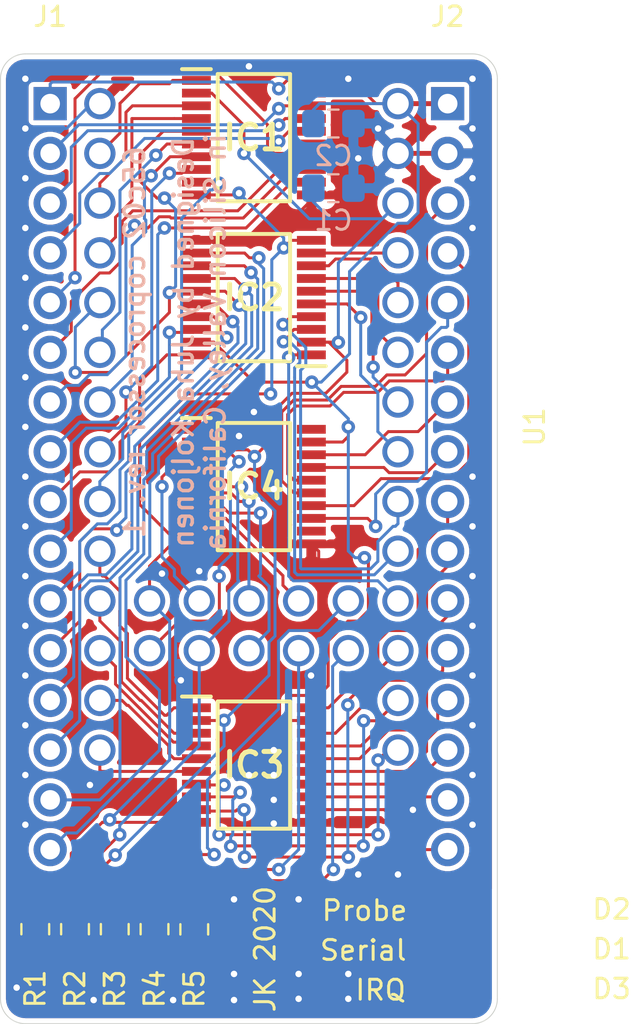
<source format=kicad_pcb>
(kicad_pcb (version 20171130) (host pcbnew "(5.1.5)-3")
  (layers (0 F.Cu signal) (31 B.Cu signal) (34 B.Paste user hide) (35 F.Paste user hide) (36 B.SilkS user) (37 F.SilkS user) (38 B.Mask user) (39 F.Mask user) (44 Edge.Cuts user))
  (net 0 "")
  (net 1 "Net-(D1-Pad2)")
  (net 2 GND)
  (net 3 "Net-(D2-Pad2)")
  (net 4 "Net-(D3-Pad2)")
  (net 5 PHI2_5v)
  (net 6 RW_5v)
  (net 7 IRQ_5v)
  (net 8 GP3_5v)
  (net 9 GP2_5v)
  (net 10 GP1_5v)
  (net 11 +5V)
  (net 12 OE)
  (net 13 GP4_3v3)
  (net 14 GP5_3v3)
  (net 15 GP6_3v3)
  (net 16 IRQ_3v3)
  (net 17 +3V3)
  (net 18 RW_3v3)
  (net 19 PHI2_3v3)
  (net 20 GP1_3v3)
  (net 21 GP2_3v3)
  (net 22 GP3_3v3)
  (net 23 "Net-(IC1-Pad20)")
  (net 24 "Net-(IC1-Pad18)")
  (net 25 "Net-(IC1-Pad17)")
  (net 26 "Net-(IC1-Pad16)")
  (net 27 "Net-(IC1-Pad15)")
  (net 28 "Net-(IC1-Pad14)")
  (net 29 "Net-(IC1-Pad13)")
  (net 30 "Net-(IC1-Pad12)")
  (net 31 "Net-(IC1-Pad9)")
  (net 32 "Net-(IC1-Pad8)")
  (net 33 "Net-(IC1-Pad7)")
  (net 34 "Net-(IC1-Pad6)")
  (net 35 "Net-(IC1-Pad5)")
  (net 36 "Net-(IC1-Pad4)")
  (net 37 "Net-(IC1-Pad3)")
  (net 38 "Net-(IC1-Pad1)")
  (net 39 "Net-(IC2-Pad20)")
  (net 40 "Net-(IC2-Pad18)")
  (net 41 "Net-(IC2-Pad17)")
  (net 42 "Net-(IC2-Pad16)")
  (net 43 "Net-(IC2-Pad15)")
  (net 44 "Net-(IC2-Pad14)")
  (net 45 "Net-(IC2-Pad13)")
  (net 46 "Net-(IC2-Pad12)")
  (net 47 "Net-(IC2-Pad9)")
  (net 48 "Net-(IC2-Pad8)")
  (net 49 "Net-(IC2-Pad7)")
  (net 50 "Net-(IC2-Pad6)")
  (net 51 "Net-(IC2-Pad5)")
  (net 52 "Net-(IC2-Pad4)")
  (net 53 "Net-(IC2-Pad3)")
  (net 54 "Net-(IC2-Pad1)")
  (net 55 "Net-(IC3-Pad20)")
  (net 56 "Net-(IC3-Pad18)")
  (net 57 "Net-(IC3-Pad17)")
  (net 58 "Net-(IC3-Pad16)")
  (net 59 "Net-(IC3-Pad15)")
  (net 60 "Net-(IC3-Pad14)")
  (net 61 "Net-(IC3-Pad13)")
  (net 62 "Net-(IC3-Pad12)")
  (net 63 "Net-(IC3-Pad9)")
  (net 64 "Net-(IC3-Pad8)")
  (net 65 "Net-(IC3-Pad7)")
  (net 66 "Net-(IC3-Pad6)")
  (net 67 "Net-(IC3-Pad5)")
  (net 68 "Net-(IC3-Pad4)")
  (net 69 "Net-(IC3-Pad3)")
  (net 70 "Net-(IC3-Pad1)")
  (module SamacSys_Parts:SOP65P640X120-20N (layer F.Cu) (at 160.274 82.042)
    (fp_text reference IC3 (at 0 0) (layer F.SilkS) (effects (font (size 1.27 1.27) (thickness 0.254))))
    (fp_text value TXB0108PWR hide)
    (pad 20 smd rect (at 2.938 -2.925 90) (size 0.45 1.475) (layers F.Cu F.Paste F.Mask) (net 55 "Net-(IC3-Pad20)"))
    (pad 19 smd rect (at 2.938 -2.275 90) (size 0.45 1.475) (layers F.Cu F.Paste F.Mask) (net 11 +5V))
    (pad 18 smd rect (at 2.938 -1.625 90) (size 0.45 1.475) (layers F.Cu F.Paste F.Mask) (net 56 "Net-(IC3-Pad18)"))
    (pad 17 smd rect (at 2.938 -0.975 90) (size 0.45 1.475) (layers F.Cu F.Paste F.Mask) (net 57 "Net-(IC3-Pad17)"))
    (pad 16 smd rect (at 2.938 -0.325 90) (size 0.45 1.475) (layers F.Cu F.Paste F.Mask) (net 58 "Net-(IC3-Pad16)"))
    (pad 15 smd rect (at 2.938 0.325 90) (size 0.45 1.475) (layers F.Cu F.Paste F.Mask) (net 59 "Net-(IC3-Pad15)"))
    (pad 14 smd rect (at 2.938 0.975 90) (size 0.45 1.475) (layers F.Cu F.Paste F.Mask) (net 60 "Net-(IC3-Pad14)"))
    (pad 13 smd rect (at 2.938 1.625 90) (size 0.45 1.475) (layers F.Cu F.Paste F.Mask) (net 61 "Net-(IC3-Pad13)"))
    (pad 12 smd rect (at 2.938 2.275 90) (size 0.45 1.475) (layers F.Cu F.Paste F.Mask) (net 62 "Net-(IC3-Pad12)"))
    (pad 11 smd rect (at 2.938 2.925 90) (size 0.45 1.475) (layers F.Cu F.Paste F.Mask) (net 2 GND))
    (pad 10 smd rect (at -2.938 2.925 90) (size 0.45 1.475) (layers F.Cu F.Paste F.Mask) (net 12 OE))
    (pad 9 smd rect (at -2.938 2.275 90) (size 0.45 1.475) (layers F.Cu F.Paste F.Mask) (net 63 "Net-(IC3-Pad9)"))
    (pad 8 smd rect (at -2.938 1.625 90) (size 0.45 1.475) (layers F.Cu F.Paste F.Mask) (net 64 "Net-(IC3-Pad8)"))
    (pad 7 smd rect (at -2.938 0.975 90) (size 0.45 1.475) (layers F.Cu F.Paste F.Mask) (net 65 "Net-(IC3-Pad7)"))
    (pad 6 smd rect (at -2.938 0.325 90) (size 0.45 1.475) (layers F.Cu F.Paste F.Mask) (net 66 "Net-(IC3-Pad6)"))
    (pad 5 smd rect (at -2.938 -0.325 90) (size 0.45 1.475) (layers F.Cu F.Paste F.Mask) (net 67 "Net-(IC3-Pad5)"))
    (pad 4 smd rect (at -2.938 -0.975 90) (size 0.45 1.475) (layers F.Cu F.Paste F.Mask) (net 68 "Net-(IC3-Pad4)"))
    (pad 3 smd rect (at -2.938 -1.625 90) (size 0.45 1.475) (layers F.Cu F.Paste F.Mask) (net 69 "Net-(IC3-Pad3)"))
    (pad 2 smd rect (at -2.938 -2.275 90) (size 0.45 1.475) (layers F.Cu F.Paste F.Mask) (net 17 +3V3))
    (pad 1 smd rect (at -2.938 -2.925 90) (size 0.45 1.475) (layers F.Cu F.Paste F.Mask) (net 70 "Net-(IC3-Pad1)"))
  )
  (module SamacSys_Parts:SOP65P640X120-20N (layer F.Cu) (at 160.274 67.818)
    (fp_text reference IC4 (at 0 0) (layer F.SilkS) (effects (font (size 1.27 1.27) (thickness 0.254))))
    (fp_text value TXB0108PWR hide)
    (pad 20 smd rect (at 2.938 -2.925 90) (size 0.45 1.475) (layers F.Cu F.Paste F.Mask))
    (pad 19 smd rect (at 2.938 -2.275 90) (size 0.45 1.475) (layers F.Cu F.Paste F.Mask) (net 11 +5V))
    (pad 18 smd rect (at 2.938 -1.625 90) (size 0.45 1.475) (layers F.Cu F.Paste F.Mask) (net 6 RW_5v))
    (pad 17 smd rect (at 2.938 -0.975 90) (size 0.45 1.475) (layers F.Cu F.Paste F.Mask) (net 5 PHI2_5v))
    (pad 16 smd rect (at 2.938 -0.325 90) (size 0.45 1.475) (layers F.Cu F.Paste F.Mask) (net 7 IRQ_5v))
    (pad 15 smd rect (at 2.938 0.325 90) (size 0.45 1.475) (layers F.Cu F.Paste F.Mask) (net 10 GP1_5v))
    (pad 14 smd rect (at 2.938 0.975 90) (size 0.45 1.475) (layers F.Cu F.Paste F.Mask) (net 9 GP2_5v))
    (pad 13 smd rect (at 2.938 1.625 90) (size 0.45 1.475) (layers F.Cu F.Paste F.Mask) (net 8 GP3_5v))
    (pad 12 smd rect (at 2.938 2.275 90) (size 0.45 1.475) (layers F.Cu F.Paste F.Mask))
    (pad 11 smd rect (at 2.938 2.925 90) (size 0.45 1.475) (layers F.Cu F.Paste F.Mask) (net 2 GND))
    (pad 10 smd rect (at -2.938 2.925 90) (size 0.45 1.475) (layers F.Cu F.Paste F.Mask) (net 12 OE))
    (pad 9 smd rect (at -2.938 2.275 90) (size 0.45 1.475) (layers F.Cu F.Paste F.Mask) (net 2 GND))
    (pad 8 smd rect (at -2.938 1.625 90) (size 0.45 1.475) (layers F.Cu F.Paste F.Mask) (net 22 GP3_3v3))
    (pad 7 smd rect (at -2.938 0.975 90) (size 0.45 1.475) (layers F.Cu F.Paste F.Mask) (net 21 GP2_3v3))
    (pad 6 smd rect (at -2.938 0.325 90) (size 0.45 1.475) (layers F.Cu F.Paste F.Mask) (net 20 GP1_3v3))
    (pad 5 smd rect (at -2.938 -0.325 90) (size 0.45 1.475) (layers F.Cu F.Paste F.Mask) (net 16 IRQ_3v3))
    (pad 4 smd rect (at -2.938 -0.975 90) (size 0.45 1.475) (layers F.Cu F.Paste F.Mask) (net 19 PHI2_3v3))
    (pad 3 smd rect (at -2.938 -1.625 90) (size 0.45 1.475) (layers F.Cu F.Paste F.Mask) (net 18 RW_3v3))
    (pad 2 smd rect (at -2.938 -2.275 90) (size 0.45 1.475) (layers F.Cu F.Paste F.Mask) (net 17 +3V3))
    (pad 1 smd rect (at -2.938 -2.925 90) (size 0.45 1.475) (layers F.Cu F.Paste F.Mask) (net 2 GND))
  )
  (module SamacSys_Parts:SOP65P640X120-20N (layer F.Cu) (at 160.274 58.166 180)
    (fp_text reference IC2 (at 0 0) (layer F.SilkS) (effects (font (size 1.27 1.27) (thickness 0.254))))
    (fp_text value TXB0108PWR hide)
    (pad 20 smd rect (at 2.938 -2.925 270) (size 0.45 1.475) (layers F.Cu F.Paste F.Mask) (net 39 "Net-(IC2-Pad20)"))
    (pad 19 smd rect (at 2.938 -2.275 270) (size 0.45 1.475) (layers F.Cu F.Paste F.Mask) (net 11 +5V))
    (pad 18 smd rect (at 2.938 -1.625 270) (size 0.45 1.475) (layers F.Cu F.Paste F.Mask) (net 40 "Net-(IC2-Pad18)"))
    (pad 17 smd rect (at 2.938 -0.975 270) (size 0.45 1.475) (layers F.Cu F.Paste F.Mask) (net 41 "Net-(IC2-Pad17)"))
    (pad 16 smd rect (at 2.938 -0.325 270) (size 0.45 1.475) (layers F.Cu F.Paste F.Mask) (net 42 "Net-(IC2-Pad16)"))
    (pad 15 smd rect (at 2.938 0.325 270) (size 0.45 1.475) (layers F.Cu F.Paste F.Mask) (net 43 "Net-(IC2-Pad15)"))
    (pad 14 smd rect (at 2.938 0.975 270) (size 0.45 1.475) (layers F.Cu F.Paste F.Mask) (net 44 "Net-(IC2-Pad14)"))
    (pad 13 smd rect (at 2.938 1.625 270) (size 0.45 1.475) (layers F.Cu F.Paste F.Mask) (net 45 "Net-(IC2-Pad13)"))
    (pad 12 smd rect (at 2.938 2.275 270) (size 0.45 1.475) (layers F.Cu F.Paste F.Mask) (net 46 "Net-(IC2-Pad12)"))
    (pad 11 smd rect (at 2.938 2.925 270) (size 0.45 1.475) (layers F.Cu F.Paste F.Mask) (net 2 GND))
    (pad 10 smd rect (at -2.938 2.925 270) (size 0.45 1.475) (layers F.Cu F.Paste F.Mask) (net 12 OE))
    (pad 9 smd rect (at -2.938 2.275 270) (size 0.45 1.475) (layers F.Cu F.Paste F.Mask) (net 47 "Net-(IC2-Pad9)"))
    (pad 8 smd rect (at -2.938 1.625 270) (size 0.45 1.475) (layers F.Cu F.Paste F.Mask) (net 48 "Net-(IC2-Pad8)"))
    (pad 7 smd rect (at -2.938 0.975 270) (size 0.45 1.475) (layers F.Cu F.Paste F.Mask) (net 49 "Net-(IC2-Pad7)"))
    (pad 6 smd rect (at -2.938 0.325 270) (size 0.45 1.475) (layers F.Cu F.Paste F.Mask) (net 50 "Net-(IC2-Pad6)"))
    (pad 5 smd rect (at -2.938 -0.325 270) (size 0.45 1.475) (layers F.Cu F.Paste F.Mask) (net 51 "Net-(IC2-Pad5)"))
    (pad 4 smd rect (at -2.938 -0.975 270) (size 0.45 1.475) (layers F.Cu F.Paste F.Mask) (net 52 "Net-(IC2-Pad4)"))
    (pad 3 smd rect (at -2.938 -1.625 270) (size 0.45 1.475) (layers F.Cu F.Paste F.Mask) (net 53 "Net-(IC2-Pad3)"))
    (pad 2 smd rect (at -2.938 -2.275 270) (size 0.45 1.475) (layers F.Cu F.Paste F.Mask) (net 17 +3V3))
    (pad 1 smd rect (at -2.938 -2.925 270) (size 0.45 1.475) (layers F.Cu F.Paste F.Mask) (net 54 "Net-(IC2-Pad1)"))
  )
  (module SamacSys_Parts:SOP65P640X120-20N (layer F.Cu) (at 160.274 49.997)
    (fp_text reference IC1 (at 0 0) (layer F.SilkS) (effects (font (size 1.27 1.27) (thickness 0.254))))
    (fp_text value TXB0108PWR hide)
    (pad 20 smd rect (at 2.938 -2.925 90) (size 0.45 1.475) (layers F.Cu F.Paste F.Mask) (net 23 "Net-(IC1-Pad20)"))
    (pad 19 smd rect (at 2.938 -2.275 90) (size 0.45 1.475) (layers F.Cu F.Paste F.Mask) (net 11 +5V))
    (pad 18 smd rect (at 2.938 -1.625 90) (size 0.45 1.475) (layers F.Cu F.Paste F.Mask) (net 24 "Net-(IC1-Pad18)"))
    (pad 17 smd rect (at 2.938 -0.975 90) (size 0.45 1.475) (layers F.Cu F.Paste F.Mask) (net 25 "Net-(IC1-Pad17)"))
    (pad 16 smd rect (at 2.938 -0.325 90) (size 0.45 1.475) (layers F.Cu F.Paste F.Mask) (net 26 "Net-(IC1-Pad16)"))
    (pad 15 smd rect (at 2.938 0.325 90) (size 0.45 1.475) (layers F.Cu F.Paste F.Mask) (net 27 "Net-(IC1-Pad15)"))
    (pad 14 smd rect (at 2.938 0.975 90) (size 0.45 1.475) (layers F.Cu F.Paste F.Mask) (net 28 "Net-(IC1-Pad14)"))
    (pad 13 smd rect (at 2.938 1.625 90) (size 0.45 1.475) (layers F.Cu F.Paste F.Mask) (net 29 "Net-(IC1-Pad13)"))
    (pad 12 smd rect (at 2.938 2.275 90) (size 0.45 1.475) (layers F.Cu F.Paste F.Mask) (net 30 "Net-(IC1-Pad12)"))
    (pad 11 smd rect (at 2.938 2.925 90) (size 0.45 1.475) (layers F.Cu F.Paste F.Mask) (net 2 GND))
    (pad 10 smd rect (at -2.938 2.925 90) (size 0.45 1.475) (layers F.Cu F.Paste F.Mask) (net 12 OE))
    (pad 9 smd rect (at -2.938 2.275 90) (size 0.45 1.475) (layers F.Cu F.Paste F.Mask) (net 31 "Net-(IC1-Pad9)"))
    (pad 8 smd rect (at -2.938 1.625 90) (size 0.45 1.475) (layers F.Cu F.Paste F.Mask) (net 32 "Net-(IC1-Pad8)"))
    (pad 7 smd rect (at -2.938 0.975 90) (size 0.45 1.475) (layers F.Cu F.Paste F.Mask) (net 33 "Net-(IC1-Pad7)"))
    (pad 6 smd rect (at -2.938 0.325 90) (size 0.45 1.475) (layers F.Cu F.Paste F.Mask) (net 34 "Net-(IC1-Pad6)"))
    (pad 5 smd rect (at -2.938 -0.325 90) (size 0.45 1.475) (layers F.Cu F.Paste F.Mask) (net 35 "Net-(IC1-Pad5)"))
    (pad 4 smd rect (at -2.938 -0.975 90) (size 0.45 1.475) (layers F.Cu F.Paste F.Mask) (net 36 "Net-(IC1-Pad4)"))
    (pad 3 smd rect (at -2.938 -1.625 90) (size 0.45 1.475) (layers F.Cu F.Paste F.Mask) (net 37 "Net-(IC1-Pad3)"))
    (pad 2 smd rect (at -2.938 -2.275 90) (size 0.45 1.475) (layers F.Cu F.Paste F.Mask) (net 17 +3V3))
    (pad 1 smd rect (at -2.938 -2.925 90) (size 0.45 1.475) (layers F.Cu F.Paste F.Mask) (net 38 "Net-(IC1-Pad1)"))
  )
  (module Capacitor_SMD:C_0805_2012Metric_Pad1.15x1.40mm_HandSolder (layer B.Cu) (at 164.338 49.276)
    (fp_text reference C2 (at 0 1.65) (layer B.SilkS) (effects (justify mirror)))
    (fp_text value 0.1µ)
    (pad 2 smd roundrect (at 1.025 0) (size 1.15 1.4) (layers B.Cu B.Paste B.Mask) (roundrect_rratio 0.217391) (net 2 GND))
    (pad 1 smd roundrect (at -1.025 0) (size 1.15 1.4) (layers B.Cu B.Paste B.Mask) (roundrect_rratio 0.217391) (net 11 +5V))
  )
  (module Capacitor_SMD:C_0805_2012Metric_Pad1.15x1.40mm_HandSolder (layer B.Cu) (at 164.338 52.578)
    (fp_text reference C1 (at 0 1.65) (layer B.SilkS) (effects (justify mirror)))
    (fp_text value 0.1µ)
    (pad 2 smd roundrect (at 1.025 0) (size 1.15 1.4) (layers B.Cu B.Paste B.Mask) (roundrect_rratio 0.217391) (net 2 GND))
    (pad 1 smd roundrect (at -1.025 0) (size 1.15 1.4) (layers B.Cu B.Paste B.Mask) (roundrect_rratio 0.217391) (net 17 +3V3))
  )
  (module teensy:Teensy40 (layer F.Cu) (at 160.02 64.77 270)
    (fp_text reference U1 (at 0 -14.605 90) (layer F.SilkS))
    (fp_text value Teensy4.0)
    (pad 44 thru_hole circle (at 8.89 5.08 270) (size 1.6 1.6) (drill 1.1) (layers *.Cu *.Mask) (net 12 OE))
    (pad 43 thru_hole circle (at 11.43 5.08 270) (size 1.6 1.6) (drill 1.1) (layers *.Cu *.Mask) (net 18 RW_3v3))
    (pad 42 thru_hole circle (at 8.89 2.54 270) (size 1.6 1.6) (drill 1.1) (layers *.Cu *.Mask) (net 19 PHI2_3v3))
    (pad 41 thru_hole circle (at 11.43 2.54 270) (size 1.6 1.6) (drill 1.1) (layers *.Cu *.Mask) (net 16 IRQ_3v3))
    (pad 40 thru_hole circle (at 8.89 0 270) (size 1.6 1.6) (drill 1.1) (layers *.Cu *.Mask) (net 20 GP1_3v3))
    (pad 39 thru_hole circle (at 11.43 0 270) (size 1.6 1.6) (drill 1.1) (layers *.Cu *.Mask) (net 21 GP2_3v3))
    (pad 38 thru_hole circle (at 8.89 -2.54 270) (size 1.6 1.6) (drill 1.1) (layers *.Cu *.Mask) (net 22 GP3_3v3))
    (pad 37 thru_hole circle (at 11.43 -2.54 270) (size 1.6 1.6) (drill 1.1) (layers *.Cu *.Mask) (net 13 GP4_3v3))
    (pad 36 thru_hole circle (at 8.89 -5.08 270) (size 1.6 1.6) (drill 1.1) (layers *.Cu *.Mask) (net 14 GP5_3v3))
    (pad 35 thru_hole circle (at 11.43 -5.08 270) (size 1.6 1.6) (drill 1.1) (layers *.Cu *.Mask) (net 15 GP6_3v3))
    (pad 1 thru_hole circle (at -16.51 7.62 270) (size 1.6 1.6) (drill 1.1) (layers *.Cu *.Mask) (net 2 GND))
    (pad 2 thru_hole circle (at -13.97 7.62 270) (size 1.6 1.6) (drill 1.1) (layers *.Cu *.Mask) (net 38 "Net-(IC1-Pad1)"))
    (pad 3 thru_hole circle (at -11.43 7.62 270) (size 1.6 1.6) (drill 1.1) (layers *.Cu *.Mask) (net 37 "Net-(IC1-Pad3)"))
    (pad 4 thru_hole circle (at -8.89 7.62 270) (size 1.6 1.6) (drill 1.1) (layers *.Cu *.Mask) (net 36 "Net-(IC1-Pad4)"))
    (pad 5 thru_hole circle (at -6.35 7.62 270) (size 1.6 1.6) (drill 1.1) (layers *.Cu *.Mask) (net 35 "Net-(IC1-Pad5)"))
    (pad 6 thru_hole circle (at -3.81 7.62 270) (size 1.6 1.6) (drill 1.1) (layers *.Cu *.Mask) (net 34 "Net-(IC1-Pad6)"))
    (pad 7 thru_hole circle (at -1.27 7.62 270) (size 1.6 1.6) (drill 1.1) (layers *.Cu *.Mask) (net 33 "Net-(IC1-Pad7)"))
    (pad 8 thru_hole circle (at 1.27 7.62 270) (size 1.6 1.6) (drill 1.1) (layers *.Cu *.Mask) (net 32 "Net-(IC1-Pad8)"))
    (pad 9 thru_hole circle (at 3.81 7.62 270) (size 1.6 1.6) (drill 1.1) (layers *.Cu *.Mask) (net 31 "Net-(IC1-Pad9)"))
    (pad 10 thru_hole circle (at 6.35 7.62 270) (size 1.6 1.6) (drill 1.1) (layers *.Cu *.Mask) (net 70 "Net-(IC3-Pad1)"))
    (pad 11 thru_hole circle (at 8.89 7.62 270) (size 1.6 1.6) (drill 1.1) (layers *.Cu *.Mask) (net 69 "Net-(IC3-Pad3)"))
    (pad 12 thru_hole circle (at 11.43 7.62 270) (size 1.6 1.6) (drill 1.1) (layers *.Cu *.Mask) (net 68 "Net-(IC3-Pad4)"))
    (pad 13 thru_hole circle (at 13.97 7.62 270) (size 1.6 1.6) (drill 1.1) (layers *.Cu *.Mask) (net 67 "Net-(IC3-Pad5)"))
    (pad 33 thru_hole circle (at -16.51 -7.62 270) (size 1.6 1.6) (drill 1.1) (layers *.Cu *.Mask) (net 11 +5V))
    (pad 32 thru_hole circle (at -13.97 -7.62 270) (size 1.6 1.6) (drill 1.1) (layers *.Cu *.Mask) (net 2 GND))
    (pad 31 thru_hole circle (at -11.43 -7.62 270) (size 1.6 1.6) (drill 1.1) (layers *.Cu *.Mask) (net 17 +3V3))
    (pad 30 thru_hole circle (at -8.89 -7.62 270) (size 1.6 1.6) (drill 1.1) (layers *.Cu *.Mask) (net 47 "Net-(IC2-Pad9)"))
    (pad 29 thru_hole circle (at -6.35 -7.62 270) (size 1.6 1.6) (drill 1.1) (layers *.Cu *.Mask) (net 48 "Net-(IC2-Pad8)"))
    (pad 28 thru_hole circle (at -3.81 -7.62 270) (size 1.6 1.6) (drill 1.1) (layers *.Cu *.Mask) (net 49 "Net-(IC2-Pad7)"))
    (pad 27 thru_hole circle (at -1.27 -7.62 270) (size 1.6 1.6) (drill 1.1) (layers *.Cu *.Mask) (net 50 "Net-(IC2-Pad6)"))
    (pad 26 thru_hole circle (at 1.27 -7.62 270) (size 1.6 1.6) (drill 1.1) (layers *.Cu *.Mask) (net 51 "Net-(IC2-Pad5)"))
    (pad 25 thru_hole circle (at 3.81 -7.62 270) (size 1.6 1.6) (drill 1.1) (layers *.Cu *.Mask) (net 52 "Net-(IC2-Pad4)"))
    (pad 24 thru_hole circle (at 6.35 -7.62 270) (size 1.6 1.6) (drill 1.1) (layers *.Cu *.Mask) (net 53 "Net-(IC2-Pad3)"))
    (pad 23 thru_hole circle (at 8.89 -7.62 270) (size 1.6 1.6) (drill 1.1) (layers *.Cu *.Mask) (net 54 "Net-(IC2-Pad1)"))
    (pad 22 thru_hole circle (at 11.43 -7.62 270) (size 1.6 1.6) (drill 1.1) (layers *.Cu *.Mask) (net 63 "Net-(IC3-Pad9)"))
    (pad 21 thru_hole circle (at 13.97 -7.62 270) (size 1.6 1.6) (drill 1.1) (layers *.Cu *.Mask) (net 64 "Net-(IC3-Pad8)"))
    (pad 14 thru_hole circle (at 16.51 7.62 270) (size 1.6 1.6) (drill 1.1) (layers *.Cu *.Mask) (net 66 "Net-(IC3-Pad6)"))
    (pad 20 thru_hole circle (at 16.51 -7.62 270) (size 1.6 1.6) (drill 1.1) (layers *.Cu *.Mask) (net 65 "Net-(IC3-Pad7)"))
  )
  (module Connector_PinHeader_2.54mm:PinHeader_1x16_P2.54mm_Vertical (layer F.Cu) (at 149.86 48.26)
    (fp_text reference J1 (at 0 -4.445) (layer F.SilkS))
    (fp_text value Conn_01x16_Male)
    (pad 16 thru_hole oval (at 0 38.1) (size 1.7 1.7) (drill 1) (layers *.Cu *.Mask) (net 46 "Net-(IC2-Pad12)"))
    (pad 15 thru_hole oval (at 0 35.56) (size 1.7 1.7) (drill 1) (layers *.Cu *.Mask) (net 45 "Net-(IC2-Pad13)"))
    (pad 14 thru_hole oval (at 0 33.02) (size 1.7 1.7) (drill 1) (layers *.Cu *.Mask) (net 44 "Net-(IC2-Pad14)"))
    (pad 13 thru_hole oval (at 0 30.48) (size 1.7 1.7) (drill 1) (layers *.Cu *.Mask) (net 43 "Net-(IC2-Pad15)"))
    (pad 12 thru_hole oval (at 0 27.94) (size 1.7 1.7) (drill 1) (layers *.Cu *.Mask) (net 42 "Net-(IC2-Pad16)"))
    (pad 11 thru_hole oval (at 0 25.4) (size 1.7 1.7) (drill 1) (layers *.Cu *.Mask) (net 41 "Net-(IC2-Pad17)"))
    (pad 10 thru_hole oval (at 0 22.86) (size 1.7 1.7) (drill 1) (layers *.Cu *.Mask) (net 40 "Net-(IC2-Pad18)"))
    (pad 9 thru_hole oval (at 0 20.32) (size 1.7 1.7) (drill 1) (layers *.Cu *.Mask) (net 39 "Net-(IC2-Pad20)"))
    (pad 8 thru_hole oval (at 0 17.78) (size 1.7 1.7) (drill 1) (layers *.Cu *.Mask) (net 30 "Net-(IC1-Pad12)"))
    (pad 7 thru_hole oval (at 0 15.24) (size 1.7 1.7) (drill 1) (layers *.Cu *.Mask) (net 29 "Net-(IC1-Pad13)"))
    (pad 6 thru_hole oval (at 0 12.7) (size 1.7 1.7) (drill 1) (layers *.Cu *.Mask) (net 28 "Net-(IC1-Pad14)"))
    (pad 5 thru_hole oval (at 0 10.16) (size 1.7 1.7) (drill 1) (layers *.Cu *.Mask) (net 27 "Net-(IC1-Pad15)"))
    (pad 4 thru_hole oval (at 0 7.62) (size 1.7 1.7) (drill 1) (layers *.Cu *.Mask) (net 26 "Net-(IC1-Pad16)"))
    (pad 3 thru_hole oval (at 0 5.08) (size 1.7 1.7) (drill 1) (layers *.Cu *.Mask) (net 25 "Net-(IC1-Pad17)"))
    (pad 2 thru_hole oval (at 0 2.54) (size 1.7 1.7) (drill 1) (layers *.Cu *.Mask) (net 24 "Net-(IC1-Pad18)"))
    (pad 1 thru_hole rect (at 0 0) (size 1.7 1.7) (drill 1) (layers *.Cu *.Mask) (net 23 "Net-(IC1-Pad20)"))
  )
  (module Connector_PinHeader_2.54mm:PinHeader_1x16_P2.54mm_Vertical (layer F.Cu) (at 170.18 48.26)
    (fp_text reference J2 (at 0 -4.445) (layer F.SilkS))
    (fp_text value Conn_01x16_Male)
    (pad 16 thru_hole oval (at 0 38.1) (size 1.7 1.7) (drill 1) (layers *.Cu *.Mask) (net 62 "Net-(IC3-Pad12)"))
    (pad 15 thru_hole oval (at 0 35.56) (size 1.7 1.7) (drill 1) (layers *.Cu *.Mask) (net 61 "Net-(IC3-Pad13)"))
    (pad 14 thru_hole oval (at 0 33.02) (size 1.7 1.7) (drill 1) (layers *.Cu *.Mask) (net 60 "Net-(IC3-Pad14)"))
    (pad 13 thru_hole oval (at 0 30.48) (size 1.7 1.7) (drill 1) (layers *.Cu *.Mask) (net 59 "Net-(IC3-Pad15)"))
    (pad 12 thru_hole oval (at 0 27.94) (size 1.7 1.7) (drill 1) (layers *.Cu *.Mask) (net 58 "Net-(IC3-Pad16)"))
    (pad 11 thru_hole oval (at 0 25.4) (size 1.7 1.7) (drill 1) (layers *.Cu *.Mask) (net 57 "Net-(IC3-Pad17)"))
    (pad 10 thru_hole oval (at 0 22.86) (size 1.7 1.7) (drill 1) (layers *.Cu *.Mask) (net 56 "Net-(IC3-Pad18)"))
    (pad 9 thru_hole oval (at 0 20.32) (size 1.7 1.7) (drill 1) (layers *.Cu *.Mask) (net 55 "Net-(IC3-Pad20)"))
    (pad 8 thru_hole oval (at 0 17.78) (size 1.7 1.7) (drill 1) (layers *.Cu *.Mask) (net 5 PHI2_5v))
    (pad 7 thru_hole oval (at 0 15.24) (size 1.7 1.7) (drill 1) (layers *.Cu *.Mask) (net 6 RW_5v))
    (pad 6 thru_hole oval (at 0 12.7) (size 1.7 1.7) (drill 1) (layers *.Cu *.Mask) (net 7 IRQ_5v))
    (pad 5 thru_hole oval (at 0 10.16) (size 1.7 1.7) (drill 1) (layers *.Cu *.Mask) (net 8 GP3_5v))
    (pad 4 thru_hole oval (at 0 7.62) (size 1.7 1.7) (drill 1) (layers *.Cu *.Mask) (net 9 GP2_5v))
    (pad 3 thru_hole oval (at 0 5.08) (size 1.7 1.7) (drill 1) (layers *.Cu *.Mask) (net 10 GP1_5v))
    (pad 2 thru_hole oval (at 0 2.54) (size 1.7 1.7) (drill 1) (layers *.Cu *.Mask) (net 2 GND))
    (pad 1 thru_hole rect (at 0 0) (size 1.7 1.7) (drill 1) (layers *.Cu *.Mask) (net 11 +5V))
  )
  (module LED_SMD:LED_0805_2012Metric_Pad1.15x1.40mm_HandSolder (layer F.Cu) (at 170.18 93.472 180)
    (fp_text reference D3 (at -8.382 0 180) (layer F.SilkS))
    (fp_text value LED)
    (pad 2 smd roundrect (at 1.025 0 180) (size 1.15 1.4) (layers F.Cu F.Paste F.Mask) (roundrect_rratio 0.217391) (net 4 "Net-(D3-Pad2)"))
    (pad 1 smd roundrect (at -1.025 0 180) (size 1.15 1.4) (layers F.Cu F.Paste F.Mask) (roundrect_rratio 0.217391) (net 2 GND))
  )
  (module LED_SMD:LED_0805_2012Metric_Pad1.15x1.40mm_HandSolder (layer F.Cu) (at 170.18 91.44 180)
    (fp_text reference D1 (at -8.382 0 180) (layer F.SilkS))
    (fp_text value LED)
    (pad 2 smd roundrect (at 1.025 0 180) (size 1.15 1.4) (layers F.Cu F.Paste F.Mask) (roundrect_rratio 0.217391) (net 1 "Net-(D1-Pad2)"))
    (pad 1 smd roundrect (at -1.025 0 180) (size 1.15 1.4) (layers F.Cu F.Paste F.Mask) (roundrect_rratio 0.217391) (net 2 GND))
  )
  (module LED_SMD:LED_0805_2012Metric_Pad1.15x1.40mm_HandSolder (layer F.Cu) (at 170.18 89.408 180)
    (fp_text reference D2 (at -8.382 0 180) (layer F.SilkS))
    (fp_text value LED)
    (pad 2 smd roundrect (at 1.025 0 180) (size 1.15 1.4) (layers F.Cu F.Paste F.Mask) (roundrect_rratio 0.217391) (net 3 "Net-(D2-Pad2)"))
    (pad 1 smd roundrect (at -1.025 0 180) (size 1.15 1.4) (layers F.Cu F.Paste F.Mask) (roundrect_rratio 0.217391) (net 2 GND))
  )
  (module Resistor_SMD:R_0805_2012Metric_Pad1.15x1.40mm_HandSolder (layer F.Cu) (at 151.13 90.424 90)
    (fp_text reference R2 (at -3.048 0 90) (layer F.SilkS))
    (fp_text value 10k)
    (pad 2 smd roundrect (at 1.025 0 90) (size 1.15 1.4) (layers F.Cu F.Paste F.Mask) (roundrect_rratio 0.217391) (net 16 IRQ_3v3))
    (pad 1 smd roundrect (at -1.025 0 90) (size 1.15 1.4) (layers F.Cu F.Paste F.Mask) (roundrect_rratio 0.217391) (net 17 +3V3))
  )
  (module Resistor_SMD:R_0805_2012Metric_Pad1.15x1.40mm_HandSolder (layer F.Cu) (at 157.226 90.433 270)
    (fp_text reference R5 (at 3.039 0 90) (layer F.SilkS))
    (fp_text value 100)
    (pad 2 smd roundrect (at 1.025 0 270) (size 1.15 1.4) (layers F.Cu F.Paste F.Mask) (roundrect_rratio 0.217391) (net 4 "Net-(D3-Pad2)"))
    (pad 1 smd roundrect (at -1.025 0 270) (size 1.15 1.4) (layers F.Cu F.Paste F.Mask) (roundrect_rratio 0.217391) (net 15 GP6_3v3))
  )
  (module Resistor_SMD:R_0805_2012Metric_Pad1.15x1.40mm_HandSolder (layer F.Cu) (at 153.162 90.424 270)
    (fp_text reference R3 (at 3.048 0 90) (layer F.SilkS))
    (fp_text value 100)
    (pad 2 smd roundrect (at 1.025 0 270) (size 1.15 1.4) (layers F.Cu F.Paste F.Mask) (roundrect_rratio 0.217391) (net 3 "Net-(D2-Pad2)"))
    (pad 1 smd roundrect (at -1.025 0 270) (size 1.15 1.4) (layers F.Cu F.Paste F.Mask) (roundrect_rratio 0.217391) (net 14 GP5_3v3))
  )
  (module Resistor_SMD:R_0805_2012Metric_Pad1.15x1.40mm_HandSolder (layer F.Cu) (at 155.194 90.424 270)
    (fp_text reference R4 (at 3.048 0 90) (layer F.SilkS))
    (fp_text value 100)
    (pad 2 smd roundrect (at 1.025 0 270) (size 1.15 1.4) (layers F.Cu F.Paste F.Mask) (roundrect_rratio 0.217391) (net 1 "Net-(D1-Pad2)"))
    (pad 1 smd roundrect (at -1.025 0 270) (size 1.15 1.4) (layers F.Cu F.Paste F.Mask) (roundrect_rratio 0.217391) (net 13 GP4_3v3))
  )
  (module Resistor_SMD:R_0805_2012Metric_Pad1.15x1.40mm_HandSolder (layer F.Cu) (at 149.098 90.424 270)
    (fp_text reference R1 (at 3.048 0 90) (layer F.SilkS))
    (fp_text value 10k)
    (pad 2 smd roundrect (at 1.025 0 270) (size 1.15 1.4) (layers F.Cu F.Paste F.Mask) (roundrect_rratio 0.217391) (net 2 GND))
    (pad 1 smd roundrect (at -1.025 0 270) (size 1.15 1.4) (layers F.Cu F.Paste F.Mask) (roundrect_rratio 0.217391) (net 12 OE))
  )
  (gr_text "Designed by Juha Koljonen\nin Silicon Valley, California" (at 157.48 60.452 90) (layer B.SilkS) (effects (font (size 1.016 1.016) (thickness 0.1778)) (justify mirror)))
  (gr_text "65c02 coprocessor rev. 1" (at 154.178 60.452 90) (layer B.SilkS) (effects (font (size 1.016 1.016) (thickness 0.1778)) (justify mirror)))
  (gr_text IRQ (at 166.751 93.5355) (layer F.SilkS) (effects (font (size 1.016 1.016) (thickness 0.1524))))
  (gr_text Serial (at 165.862 91.5035) (layer F.SilkS) (effects (font (size 1.016 1.016) (thickness 0.1524))))
  (gr_text "JK 2020" (at 160.8455 91.44 90) (layer F.SilkS) (effects (font (size 1.016 1.016) (thickness 0.1524))))
  (gr_text Probe (at 168.2115 89.4715) (layer F.SilkS) (effects (font (size 1.016 1.016) (thickness 0.1524)) (justify right)))
  (gr_line (start 147.32 93.98) (end 147.32 46.99) (layer Edge.Cuts) (width 0.05))
  (gr_line (start 171.45 95.25) (end 148.59 95.25) (layer Edge.Cuts) (width 0.05))
  (gr_line (start 172.72 46.99) (end 172.72 93.98) (layer Edge.Cuts) (width 0.05))
  (gr_line (start 148.59 45.72) (end 171.45 45.72) (layer Edge.Cuts) (width 0.05))
  (gr_arc (start 171.45 46.99) (end 172.72 46.99) (angle -90) (layer Edge.Cuts) (width 0.05))
  (gr_arc (start 171.45 93.98) (end 171.45 95.25) (angle -90) (layer Edge.Cuts) (width 0.05))
  (gr_arc (start 148.59 93.98) (end 147.32 93.98) (angle -90) (layer Edge.Cuts) (width 0.05))
  (gr_arc (start 148.59 46.99) (end 148.59 45.72) (angle -90) (layer Edge.Cuts) (width 0.05))
  (segment (start 168.58 91.44) (end 167.65642 90.51642) (width 0.1524) (layer F.Cu) (net 1))
  (segment (start 169.155 91.44) (end 168.58 91.44) (width 0.1524) (layer F.Cu) (net 1))
  (segment (start 155.194 90.874) (end 155.194 91.449) (width 0.1524) (layer F.Cu) (net 1))
  (segment (start 155.55158 90.51642) (end 155.194 90.874) (width 0.1524) (layer F.Cu) (net 1))
  (segment (start 167.65642 90.51642) (end 155.55158 90.51642) (width 0.1524) (layer F.Cu) (net 1))
  (segment (start 167.64 50.8) (end 170.18 50.8) (width 0.25) (layer F.Cu) (net 2))
  (via (at 161.29 85.0265) (size 0.6858) (drill 0.3302) (layers F.Cu B.Cu) (net 2))
  (segment (start 162.958 84.967) (end 161.3495 84.967) (width 0.1524) (layer F.Cu) (net 2))
  (segment (start 161.3495 84.967) (end 161.29 85.0265) (width 0.1524) (layer F.Cu) (net 2))
  (via (at 159.258 88.9) (size 0.6858) (drill 0.3302) (layers F.Cu B.Cu) (net 2))
  (via (at 159.258 92.71) (size 0.6858) (drill 0.3302) (layers F.Cu B.Cu) (net 2))
  (via (at 165.1 92.71) (size 0.6858) (drill 0.3302) (layers F.Cu B.Cu) (net 2))
  (via (at 165.608 87.63) (size 0.6858) (drill 0.3302) (layers F.Cu B.Cu) (net 2))
  (via (at 162.56 92.71) (size 0.6858) (drill 0.3302) (layers F.Cu B.Cu) (net 2))
  (via (at 162.56 88.9) (size 0.6858) (drill 0.3302) (layers F.Cu B.Cu) (net 2))
  (via (at 159.258 94.0435) (size 0.6858) (drill 0.3302) (layers F.Cu B.Cu) (net 2))
  (via (at 162.56 93.98) (size 0.6858) (drill 0.3302) (layers F.Cu B.Cu) (net 2))
  (via (at 165.1 93.98) (size 0.6858) (drill 0.3302) (layers F.Cu B.Cu) (net 2))
  (via (at 156.1465 94.0435) (size 0.6858) (drill 0.3302) (layers F.Cu B.Cu) (net 2))
  (via (at 152.0825 94.0435) (size 0.6858) (drill 0.3302) (layers F.Cu B.Cu) (net 2))
  (via (at 148.1455 93.4085) (size 0.6858) (drill 0.3302) (layers F.Cu B.Cu) (net 2))
  (via (at 171.45 82.55) (size 0.6858) (drill 0.3302) (layers F.Cu B.Cu) (net 2))
  (via (at 171.45 85.09) (size 0.6858) (drill 0.3302) (layers F.Cu B.Cu) (net 2))
  (via (at 171.45 80.01) (size 0.6858) (drill 0.3302) (layers F.Cu B.Cu) (net 2))
  (via (at 171.45 77.47) (size 0.6858) (drill 0.3302) (layers F.Cu B.Cu) (net 2))
  (via (at 171.45 74.93) (size 0.6858) (drill 0.3302) (layers F.Cu B.Cu) (net 2))
  (via (at 171.45 72.39) (size 0.6858) (drill 0.3302) (layers F.Cu B.Cu) (net 2))
  (via (at 171.45 69.85) (size 0.6858) (drill 0.3302) (layers F.Cu B.Cu) (net 2))
  (via (at 148.59 85.09) (size 0.6858) (drill 0.3302) (layers F.Cu B.Cu) (net 2))
  (via (at 148.59 82.55) (size 0.6858) (drill 0.3302) (layers F.Cu B.Cu) (net 2))
  (via (at 148.59 80.01) (size 0.6858) (drill 0.3302) (layers F.Cu B.Cu) (net 2))
  (via (at 148.59 77.47) (size 0.6858) (drill 0.3302) (layers F.Cu B.Cu) (net 2))
  (via (at 148.59 74.93) (size 0.6858) (drill 0.3302) (layers F.Cu B.Cu) (net 2))
  (via (at 148.59 72.39) (size 0.6858) (drill 0.3302) (layers F.Cu B.Cu) (net 2))
  (via (at 148.59 69.85) (size 0.6858) (drill 0.3302) (layers F.Cu B.Cu) (net 2))
  (via (at 148.59 67.31) (size 0.6858) (drill 0.3302) (layers F.Cu B.Cu) (net 2))
  (via (at 148.59 64.77) (size 0.6858) (drill 0.3302) (layers F.Cu B.Cu) (net 2))
  (via (at 171.45 67.31) (size 0.6858) (drill 0.3302) (layers F.Cu B.Cu) (net 2))
  (via (at 148.59 62.23) (size 0.6858) (drill 0.3302) (layers F.Cu B.Cu) (net 2))
  (via (at 148.59 59.69) (size 0.6858) (drill 0.3302) (layers F.Cu B.Cu) (net 2))
  (via (at 148.59 57.15) (size 0.6858) (drill 0.3302) (layers F.Cu B.Cu) (net 2))
  (via (at 148.59 54.61) (size 0.6858) (drill 0.3302) (layers F.Cu B.Cu) (net 2))
  (via (at 148.59 52.07) (size 0.6858) (drill 0.3302) (layers F.Cu B.Cu) (net 2))
  (via (at 148.59 49.53) (size 0.6858) (drill 0.3302) (layers F.Cu B.Cu) (net 2))
  (via (at 148.59 46.99) (size 0.6858) (drill 0.3302) (layers F.Cu B.Cu) (net 2))
  (via (at 165.1 46.99) (size 0.6858) (drill 0.3302) (layers F.Cu B.Cu) (net 2))
  (via (at 161.29 81.28) (size 0.6858) (drill 0.3302) (layers F.Cu B.Cu) (net 2))
  (via (at 161.29 82.55) (size 0.6858) (drill 0.3302) (layers F.Cu B.Cu) (net 2))
  (via (at 161.29 83.82) (size 0.6858) (drill 0.3302) (layers F.Cu B.Cu) (net 2))
  (via (at 160.02 82.55) (size 0.6858) (drill 0.3302) (layers F.Cu B.Cu) (net 2))
  (via (at 159.512 65.2365) (size 0.6858) (drill 0.3302) (layers F.Cu B.Cu) (net 2))
  (segment (start 159.4335 65.158) (end 159.512 65.2365) (width 0.1524) (layer F.Cu) (net 2))
  (via (at 157.48 72.136) (size 0.6858) (drill 0.3302) (layers F.Cu B.Cu) (net 2))
  (segment (start 157.48 67.753433) (end 157.48 72.136) (width 0.1524) (layer B.Cu) (net 2))
  (segment (start 159.512 65.2365) (end 159.512 65.721433) (width 0.1524) (layer B.Cu) (net 2))
  (segment (start 159.512 65.721433) (end 157.48 67.753433) (width 0.1524) (layer B.Cu) (net 2))
  (via (at 155.575 72.263) (size 0.6858) (drill 0.3302) (layers F.Cu B.Cu) (net 2))
  (via (at 156.540101 77.711399) (size 0.6858) (drill 0.3302) (layers F.Cu B.Cu) (net 2))
  (segment (start 156.451399 77.711399) (end 156.540101 77.711399) (width 0.1524) (layer B.Cu) (net 2))
  (via (at 165.608 51.054) (size 0.6858) (drill 0.3302) (layers F.Cu B.Cu) (net 2))
  (segment (start 161.48659 54.91481) (end 163.102 53.2994) (width 0.1524) (layer F.Cu) (net 2))
  (segment (start 163.102 53.2994) (end 163.102 52.922) (width 0.1524) (layer F.Cu) (net 2))
  (segment (start 158.55209 54.91481) (end 161.48659 54.91481) (width 0.1524) (layer F.Cu) (net 2))
  (segment (start 158.2259 55.241) (end 158.55209 54.91481) (width 0.1524) (layer F.Cu) (net 2))
  (segment (start 157.336 55.241) (end 158.2259 55.241) (width 0.1524) (layer F.Cu) (net 2))
  (segment (start 149.074933 49.53) (end 148.59 49.53) (width 0.1524) (layer B.Cu) (net 2))
  (segment (start 151.968934 48.26) (end 150.698934 49.53) (width 0.1524) (layer B.Cu) (net 2))
  (segment (start 150.698934 49.53) (end 149.074933 49.53) (width 0.1524) (layer B.Cu) (net 2))
  (segment (start 152.4 48.26) (end 151.968934 48.26) (width 0.1524) (layer B.Cu) (net 2))
  (via (at 166.624 49.53) (size 0.6858) (drill 0.3302) (layers F.Cu B.Cu) (net 2))
  (via (at 160.02 46.355) (size 0.6858) (drill 0.3302) (layers F.Cu B.Cu) (net 2))
  (via (at 171.45 46.99) (size 0.6858) (drill 0.3302) (layers F.Cu B.Cu) (net 2))
  (via (at 171.45 49.53) (size 0.6858) (drill 0.3302) (layers F.Cu B.Cu) (net 2))
  (via (at 171.45 52.07) (size 0.6858) (drill 0.3302) (layers F.Cu B.Cu) (net 2))
  (via (at 171.45 54.61) (size 0.6858) (drill 0.3302) (layers F.Cu B.Cu) (net 2))
  (via (at 161.29 67.945) (size 0.6858) (drill 0.3302) (layers F.Cu B.Cu) (net 2))
  (via (at 167.64 87.63) (size 0.6858) (drill 0.3302) (layers F.Cu B.Cu) (net 2))
  (via (at 163.195 77.47) (size 0.6858) (drill 0.3302) (layers F.Cu B.Cu) (net 2))
  (segment (start 155.702 72.136) (end 155.575 72.263) (width 0.1524) (layer F.Cu) (net 2))
  (segment (start 157.48 72.136) (end 155.702 72.136) (width 0.1524) (layer F.Cu) (net 2))
  (segment (start 156.298702 77.47) (end 156.540101 77.711399) (width 0.1524) (layer B.Cu) (net 2))
  (segment (start 156.273411 77.47) (end 156.298702 77.47) (width 0.1524) (layer B.Cu) (net 2))
  (segment (start 156.273411 73.471081) (end 156.273411 77.47) (width 0.1524) (layer B.Cu) (net 2))
  (segment (start 155.575 72.263) (end 155.575 72.77267) (width 0.1524) (layer B.Cu) (net 2))
  (segment (start 155.575 72.77267) (end 156.273411 73.471081) (width 0.1524) (layer B.Cu) (net 2))
  (segment (start 157.822899 71.793101) (end 158.796881 71.793101) (width 0.1524) (layer F.Cu) (net 2))
  (segment (start 157.48 72.136) (end 157.822899 71.793101) (width 0.1524) (layer F.Cu) (net 2))
  (segment (start 158.796881 71.793101) (end 159.174101 71.415881) (width 0.1524) (layer F.Cu) (net 2))
  (segment (start 158.8329 70.093) (end 157.336 70.093) (width 0.1524) (layer F.Cu) (net 2))
  (segment (start 159.174101 71.415881) (end 159.174101 70.434201) (width 0.1524) (layer F.Cu) (net 2))
  (segment (start 159.174101 70.434201) (end 158.8329 70.093) (width 0.1524) (layer F.Cu) (net 2))
  (segment (start 158.2259 64.893) (end 157.336 64.893) (width 0.1524) (layer F.Cu) (net 2))
  (segment (start 158.683567 64.893) (end 158.2259 64.893) (width 0.1524) (layer F.Cu) (net 2))
  (segment (start 159.027067 65.2365) (end 158.683567 64.893) (width 0.1524) (layer F.Cu) (net 2))
  (segment (start 159.512 65.2365) (end 159.027067 65.2365) (width 0.1524) (layer F.Cu) (net 2))
  (segment (start 163.576 71.107) (end 163.212 70.743) (width 0.1524) (layer F.Cu) (net 2))
  (segment (start 163.576 71.12) (end 163.576 71.107) (width 0.1524) (layer F.Cu) (net 2))
  (segment (start 161.29 75.94767) (end 162.066271 75.171399) (width 0.1524) (layer F.Cu) (net 2))
  (segment (start 161.29 77.47) (end 161.29 75.94767) (width 0.1524) (layer F.Cu) (net 2))
  (segment (start 163.588601 71.132601) (end 163.576 71.12) (width 0.1524) (layer F.Cu) (net 2))
  (segment (start 162.066271 75.171399) (end 162.570931 75.171399) (width 0.1524) (layer F.Cu) (net 2))
  (segment (start 163.588601 74.153729) (end 163.588601 71.132601) (width 0.1524) (layer F.Cu) (net 2))
  (segment (start 162.570931 75.171399) (end 163.588601 74.153729) (width 0.1524) (layer F.Cu) (net 2))
  (via (at 160.274 64.008) (size 0.6858) (drill 0.3302) (layers F.Cu B.Cu) (net 2))
  (segment (start 164.224933 52.922) (end 165.608 51.538933) (width 0.1524) (layer F.Cu) (net 2))
  (segment (start 165.608 51.538933) (end 165.608 51.054) (width 0.1524) (layer F.Cu) (net 2))
  (segment (start 163.212 52.922) (end 164.224933 52.922) (width 0.1524) (layer F.Cu) (net 2))
  (via (at 151.892 83.058) (size 0.6858) (drill 0.3302) (layers F.Cu B.Cu) (net 2))
  (via (at 168.402 84.328) (size 0.6858) (drill 0.3302) (layers F.Cu B.Cu) (net 2))
  (segment (start 153.71161 90.21161) (end 153.70261 90.20261) (width 0.1524) (layer F.Cu) (net 3))
  (segment (start 169.05139 90.21161) (end 153.71161 90.21161) (width 0.1524) (layer F.Cu) (net 3))
  (segment (start 169.155 89.408) (end 169.155 90.108) (width 0.1524) (layer F.Cu) (net 3))
  (segment (start 169.155 90.108) (end 169.05139 90.21161) (width 0.1524) (layer F.Cu) (net 3))
  (segment (start 153.162 90.74322) (end 153.162 91.449) (width 0.1524) (layer F.Cu) (net 3))
  (segment (start 153.70261 90.20261) (end 153.162 90.74322) (width 0.1524) (layer F.Cu) (net 3))
  (segment (start 157.226 91.458) (end 157.226 90.883) (width 0.1524) (layer F.Cu) (net 4))
  (segment (start 167.141 91.458) (end 169.155 93.472) (width 0.1524) (layer F.Cu) (net 4))
  (segment (start 157.226 91.458) (end 167.141 91.458) (width 0.1524) (layer F.Cu) (net 4))
  (segment (start 169.112 67.108) (end 170.18 66.04) (width 0.1524) (layer F.Cu) (net 5))
  (segment (start 167.18567 67.108) (end 169.112 67.108) (width 0.1524) (layer F.Cu) (net 5))
  (segment (start 166.92067 66.843) (end 167.18567 67.108) (width 0.1524) (layer F.Cu) (net 5))
  (segment (start 163.212 66.843) (end 166.92067 66.843) (width 0.1524) (layer F.Cu) (net 5))
  (segment (start 165.96467 66.193) (end 164.1019 66.193) (width 0.1524) (layer F.Cu) (net 6))
  (segment (start 167.146271 65.011399) (end 165.96467 66.193) (width 0.1524) (layer F.Cu) (net 6))
  (segment (start 164.1019 66.193) (end 163.212 66.193) (width 0.1524) (layer F.Cu) (net 6))
  (segment (start 170.18 63.5) (end 168.668601 65.011399) (width 0.1524) (layer F.Cu) (net 6))
  (segment (start 168.668601 65.011399) (end 167.146271 65.011399) (width 0.1524) (layer F.Cu) (net 6))
  (segment (start 162.433743 63.703191) (end 162.00119 64.135744) (width 0.1524) (layer F.Cu) (net 7))
  (segment (start 162.00119 64.135744) (end 162.00119 67.17209) (width 0.1524) (layer F.Cu) (net 7))
  (segment (start 164.163352 63.70319) (end 162.433743 63.703191) (width 0.1524) (layer F.Cu) (net 7))
  (segment (start 164.860271 63.006271) (end 164.163352 63.70319) (width 0.1524) (layer F.Cu) (net 7))
  (segment (start 162.00119 67.17209) (end 162.3221 67.493) (width 0.1524) (layer F.Cu) (net 7))
  (segment (start 170.18 60.96) (end 170.18 62.162081) (width 0.1524) (layer F.Cu) (net 7))
  (segment (start 170.18 62.162081) (end 169.920682 62.421399) (width 0.1524) (layer F.Cu) (net 7))
  (segment (start 169.920682 62.421399) (end 167.196271 62.421399) (width 0.1524) (layer F.Cu) (net 7))
  (segment (start 162.3221 67.493) (end 163.212 67.493) (width 0.1524) (layer F.Cu) (net 7))
  (segment (start 167.196271 62.421399) (end 166.611399 63.006271) (width 0.1524) (layer F.Cu) (net 7))
  (segment (start 166.611399 63.006271) (end 164.860271 63.006271) (width 0.1524) (layer F.Cu) (net 7))
  (via (at 166.499337 69.85) (size 0.6858) (drill 0.3302) (layers F.Cu B.Cu) (net 8))
  (segment (start 166.357337 69.708) (end 166.499337 69.85) (width 0.1524) (layer F.Cu) (net 8))
  (segment (start 167.146271 67.551399) (end 168.643399 67.551399) (width 0.1524) (layer B.Cu) (net 8))
  (segment (start 166.499337 69.85) (end 166.499337 68.198333) (width 0.1524) (layer B.Cu) (net 8))
  (segment (start 166.499337 68.198333) (end 167.146271 67.551399) (width 0.1524) (layer B.Cu) (net 8))
  (segment (start 169.101399 60.442271) (end 169.85367 59.69) (width 0.1524) (layer B.Cu) (net 8))
  (segment (start 168.643399 67.551399) (end 169.101399 67.093399) (width 0.1524) (layer B.Cu) (net 8))
  (segment (start 169.101399 67.093399) (end 169.101399 60.442271) (width 0.1524) (layer B.Cu) (net 8))
  (segment (start 170.112081 59.69) (end 170.18 59.622081) (width 0.1524) (layer B.Cu) (net 8))
  (segment (start 170.18 59.622081) (end 170.18 58.42) (width 0.1524) (layer B.Cu) (net 8))
  (segment (start 169.85367 59.69) (end 170.112081 59.69) (width 0.1524) (layer B.Cu) (net 8))
  (segment (start 166.092337 69.443) (end 166.499337 69.85) (width 0.1524) (layer F.Cu) (net 8))
  (segment (start 163.212 69.443) (end 166.092337 69.443) (width 0.1524) (layer F.Cu) (net 8))
  (segment (start 171.029999 56.729999) (end 170.18 55.88) (width 0.1524) (layer F.Cu) (net 9))
  (segment (start 171.258601 56.958601) (end 171.029999 56.729999) (width 0.1524) (layer F.Cu) (net 9))
  (segment (start 170.40352 67.41281) (end 171.258601 66.557729) (width 0.1524) (layer F.Cu) (net 9))
  (segment (start 166.77519 67.41281) (end 170.40352 67.41281) (width 0.1524) (layer F.Cu) (net 9))
  (segment (start 171.258601 66.557729) (end 171.258601 56.958601) (width 0.1524) (layer F.Cu) (net 9))
  (segment (start 165.395 68.793) (end 166.77519 67.41281) (width 0.1524) (layer F.Cu) (net 9))
  (segment (start 163.212 68.793) (end 165.395 68.793) (width 0.1524) (layer F.Cu) (net 9))
  (segment (start 162.3221 68.143) (end 163.212 68.143) (width 0.1524) (layer F.Cu) (net 10))
  (segment (start 167.070015 62.116589) (end 166.485143 62.701461) (width 0.1524) (layer F.Cu) (net 10))
  (segment (start 166.485143 62.701461) (end 164.734015 62.701461) (width 0.1524) (layer F.Cu) (net 10))
  (segment (start 162.307488 63.398382) (end 161.696381 64.009487) (width 0.1524) (layer F.Cu) (net 10))
  (segment (start 161.696381 64.009487) (end 161.69638 67.51728) (width 0.1524) (layer F.Cu) (net 10))
  (segment (start 169.101399 54.418601) (end 169.101399 61.020931) (width 0.1524) (layer F.Cu) (net 10))
  (segment (start 168.005741 62.116589) (end 167.070015 62.116589) (width 0.1524) (layer F.Cu) (net 10))
  (segment (start 164.734015 62.701461) (end 164.037094 63.398382) (width 0.1524) (layer F.Cu) (net 10))
  (segment (start 170.18 53.34) (end 169.101399 54.418601) (width 0.1524) (layer F.Cu) (net 10))
  (segment (start 164.037094 63.398382) (end 162.307488 63.398382) (width 0.1524) (layer F.Cu) (net 10))
  (segment (start 169.101399 61.020931) (end 168.005741 62.116589) (width 0.1524) (layer F.Cu) (net 10))
  (segment (start 161.69638 67.51728) (end 162.3221 68.143) (width 0.1524) (layer F.Cu) (net 10))
  (segment (start 167.64 48.26) (end 170.18 48.26) (width 0.25) (layer F.Cu) (net 11))
  (segment (start 161.991899 78.709119) (end 162.215018 78.486) (width 0.1524) (layer F.Cu) (net 11))
  (segment (start 161.991899 79.690799) (end 161.991899 78.709119) (width 0.1524) (layer F.Cu) (net 11))
  (segment (start 162.958 79.767) (end 162.0681 79.767) (width 0.1524) (layer F.Cu) (net 11))
  (segment (start 162.0681 79.767) (end 161.991899 79.690799) (width 0.1524) (layer F.Cu) (net 11))
  (segment (start 162.215018 78.486) (end 163.576 78.486) (width 0.1524) (layer F.Cu) (net 11))
  (segment (start 166.128601 74.153729) (end 166.128601 71.640601) (width 0.1524) (layer F.Cu) (net 11))
  (segment (start 165.087399 74.688601) (end 165.593729 74.688601) (width 0.1524) (layer F.Cu) (net 11))
  (segment (start 165.593729 74.688601) (end 166.128601 74.153729) (width 0.1524) (layer F.Cu) (net 11))
  (segment (start 163.576 78.486) (end 164.071399 77.990601) (width 0.1524) (layer F.Cu) (net 11))
  (segment (start 164.071399 77.990601) (end 164.071399 75.704601) (width 0.1524) (layer F.Cu) (net 11))
  (segment (start 164.071399 75.704601) (end 165.087399 74.688601) (width 0.1524) (layer F.Cu) (net 11))
  (via (at 165.927837 71.450279) (size 0.6858) (drill 0.3302) (layers F.Cu B.Cu) (net 11))
  (segment (start 166.128601 71.640601) (end 165.938279 71.450279) (width 0.1524) (layer F.Cu) (net 11))
  (segment (start 165.938279 71.450279) (end 165.927837 71.450279) (width 0.1524) (layer F.Cu) (net 11))
  (via (at 165.1 64.77) (size 0.6858) (drill 0.3302) (layers F.Cu B.Cu) (net 11))
  (via (at 163.23312 62.484) (size 0.6858) (drill 0.3302) (layers F.Cu B.Cu) (net 11))
  (segment (start 163.068 62.64912) (end 163.23312 62.484) (width 0.1524) (layer B.Cu) (net 11))
  (segment (start 160.2689 62.484) (end 158.2259 60.441) (width 0.1524) (layer F.Cu) (net 11))
  (segment (start 158.2259 60.441) (end 157.336 60.441) (width 0.1524) (layer F.Cu) (net 11))
  (segment (start 163.23312 62.484) (end 160.2689 62.484) (width 0.1524) (layer F.Cu) (net 11))
  (segment (start 163.9919 47.722) (end 163.102 47.722) (width 0.1524) (layer F.Cu) (net 11))
  (segment (start 165.97063 47.722) (end 163.9919 47.722) (width 0.1524) (layer F.Cu) (net 11))
  (segment (start 166.50863 48.26) (end 165.97063 47.722) (width 0.1524) (layer F.Cu) (net 11))
  (segment (start 167.64 48.26) (end 166.50863 48.26) (width 0.1524) (layer F.Cu) (net 11))
  (segment (start 165.1 64.35088) (end 165.1 64.77) (width 0.1524) (layer B.Cu) (net 11))
  (segment (start 163.23312 62.484) (end 165.1 64.35088) (width 0.1524) (layer B.Cu) (net 11))
  (segment (start 165.1 71.107375) (end 165.1 65.254933) (width 0.1524) (layer B.Cu) (net 11))
  (segment (start 165.442904 71.450279) (end 165.1 71.107375) (width 0.1524) (layer B.Cu) (net 11))
  (segment (start 165.1 65.254933) (end 165.1 64.77) (width 0.1524) (layer B.Cu) (net 11))
  (segment (start 165.927837 71.450279) (end 165.442904 71.450279) (width 0.1524) (layer B.Cu) (net 11))
  (segment (start 164.811933 65.543) (end 164.1019 65.543) (width 0.1524) (layer F.Cu) (net 11))
  (segment (start 165.1 65.254933) (end 164.811933 65.543) (width 0.1524) (layer F.Cu) (net 11))
  (segment (start 164.1019 65.543) (end 163.212 65.543) (width 0.1524) (layer F.Cu) (net 11))
  (segment (start 165.1 64.77) (end 165.1 65.254933) (width 0.1524) (layer F.Cu) (net 11))
  (segment (start 168.668601 49.288601) (end 167.64 48.26) (width 0.1524) (layer B.Cu) (net 11))
  (segment (start 168.133729 54.368601) (end 168.668601 53.833729) (width 0.1524) (layer B.Cu) (net 11))
  (segment (start 163.23312 62.484) (end 163.718053 62.484) (width 0.1524) (layer B.Cu) (net 11))
  (segment (start 165.163588 61.038465) (end 165.163588 56.832412) (width 0.1524) (layer B.Cu) (net 11))
  (segment (start 163.718053 62.484) (end 165.163588 61.038465) (width 0.1524) (layer B.Cu) (net 11))
  (segment (start 165.163588 56.832412) (end 167.627399 54.368601) (width 0.1524) (layer B.Cu) (net 11))
  (segment (start 168.668601 53.833729) (end 168.668601 49.288601) (width 0.1524) (layer B.Cu) (net 11))
  (segment (start 167.627399 54.368601) (end 168.133729 54.368601) (width 0.1524) (layer B.Cu) (net 11))
  (segment (start 163.313 48.576) (end 163.313 49.276) (width 0.1524) (layer B.Cu) (net 11))
  (segment (start 163.629 48.26) (end 163.313 48.576) (width 0.1524) (layer B.Cu) (net 11))
  (segment (start 167.64 48.26) (end 163.629 48.26) (width 0.1524) (layer B.Cu) (net 11))
  (segment (start 149.098 88.824) (end 149.098 89.399) (width 0.1524) (layer F.Cu) (net 12))
  (segment (start 150.938601 86.551399) (end 150.938601 86.983399) (width 0.1524) (layer F.Cu) (net 12))
  (segment (start 152.523 84.967) (end 150.938601 86.551399) (width 0.1524) (layer F.Cu) (net 12))
  (segment (start 150.938601 86.983399) (end 149.098 88.824) (width 0.1524) (layer F.Cu) (net 12))
  (segment (start 157.082 84.967) (end 152.523 84.967) (width 0.1524) (layer F.Cu) (net 12))
  (segment (start 155.968601 74.688601) (end 155.968601 81.775399) (width 0.1524) (layer B.Cu) (net 12))
  (segment (start 154.94 73.66) (end 155.968601 74.688601) (width 0.1524) (layer B.Cu) (net 12))
  (segment (start 155.968601 81.775399) (end 154.178 83.566) (width 0.1524) (layer B.Cu) (net 12))
  (via (at 152.908 84.836) (size 0.6858) (drill 0.3302) (layers F.Cu B.Cu) (net 12))
  (segment (start 154.178 83.566) (end 154.166421 83.554421) (width 0.1524) (layer B.Cu) (net 12))
  (segment (start 152.753842 84.967) (end 152.523 84.967) (width 0.1524) (layer F.Cu) (net 12))
  (segment (start 154.178 83.566) (end 152.908 84.836) (width 0.1524) (layer B.Cu) (net 12))
  (segment (start 163.212 55.241) (end 162.183 55.241) (width 0.1524) (layer F.Cu) (net 12))
  (via (at 161.798 55.626) (size 0.6858) (drill 0.3302) (layers F.Cu B.Cu) (net 12))
  (segment (start 162.183 55.241) (end 161.798 55.626) (width 0.1524) (layer F.Cu) (net 12))
  (via (at 161.12829 63.08429) (size 0.6858) (drill 0.3302) (layers F.Cu B.Cu) (net 12))
  (segment (start 161.798 55.626) (end 161.190413 56.233587) (width 0.1524) (layer B.Cu) (net 12))
  (segment (start 161.063413 63.019413) (end 161.12829 63.08429) (width 0.1524) (layer B.Cu) (net 12))
  (segment (start 161.190413 56.233587) (end 161.190413 63.146413) (width 0.1524) (layer B.Cu) (net 12))
  (segment (start 157.226 52.922) (end 159.422 52.922) (width 0.1524) (layer F.Cu) (net 12))
  (via (at 159.512 52.832) (size 0.6858) (drill 0.3302) (layers F.Cu B.Cu) (net 12))
  (segment (start 159.422 52.922) (end 159.512 52.832) (width 0.1524) (layer F.Cu) (net 12))
  (segment (start 161.798 55.118) (end 161.798 55.626) (width 0.1524) (layer B.Cu) (net 12))
  (segment (start 159.512 52.832) (end 161.798 55.118) (width 0.1524) (layer B.Cu) (net 12))
  (segment (start 156.079 70.743) (end 157.336 70.743) (width 0.1524) (layer F.Cu) (net 12))
  (segment (start 154.94 73.66) (end 154.94 71.882) (width 0.1524) (layer F.Cu) (net 12))
  (segment (start 154.94 71.882) (end 156.079 70.743) (width 0.1524) (layer F.Cu) (net 12))
  (segment (start 156.4461 70.743) (end 154.432 68.7289) (width 0.1524) (layer F.Cu) (net 12))
  (segment (start 157.336 70.743) (end 156.4461 70.743) (width 0.1524) (layer F.Cu) (net 12))
  (segment (start 154.432 68.7289) (end 154.432 65.532) (width 0.1524) (layer F.Cu) (net 12))
  (segment (start 156.87971 63.08429) (end 161.12829 63.08429) (width 0.1524) (layer F.Cu) (net 12))
  (segment (start 154.432 65.532) (end 156.87971 63.08429) (width 0.1524) (layer F.Cu) (net 12))
  (via (at 161.544 87.376) (size 0.6858) (drill 0.3302) (layers F.Cu B.Cu) (net 13))
  (segment (start 162.56 76.2) (end 162.56 86.36) (width 0.1524) (layer B.Cu) (net 13))
  (segment (start 162.56 86.36) (end 161.544 87.376) (width 0.1524) (layer B.Cu) (net 13))
  (segment (start 155.194 88.824) (end 155.194 89.399) (width 0.1524) (layer F.Cu) (net 13))
  (segment (start 156.642 87.376) (end 155.194 88.824) (width 0.1524) (layer F.Cu) (net 13))
  (segment (start 161.544 87.376) (end 156.642 87.376) (width 0.1524) (layer F.Cu) (net 13))
  (segment (start 155.372 86.614) (end 158.242 86.614) (width 0.1524) (layer F.Cu) (net 14))
  (via (at 158.242 86.614) (size 0.6858) (drill 0.3302) (layers F.Cu B.Cu) (net 14))
  (segment (start 153.162 89.399) (end 153.162 88.824) (width 0.1524) (layer F.Cu) (net 14))
  (segment (start 153.162 88.824) (end 155.372 86.614) (width 0.1524) (layer F.Cu) (net 14))
  (segment (start 162.066271 75.171399) (end 163.588601 75.171399) (width 0.1524) (layer B.Cu) (net 14))
  (segment (start 157.899101 86.271101) (end 157.899101 82.809077) (width 0.1524) (layer B.Cu) (net 14))
  (segment (start 158.242 86.614) (end 157.899101 86.271101) (width 0.1524) (layer B.Cu) (net 14))
  (segment (start 161.531399 75.706271) (end 162.066271 75.171399) (width 0.1524) (layer B.Cu) (net 14))
  (segment (start 163.588601 75.171399) (end 165.1 73.66) (width 0.1524) (layer B.Cu) (net 14))
  (segment (start 157.899101 82.809077) (end 161.531399 79.176779) (width 0.1524) (layer B.Cu) (net 14))
  (segment (start 161.531399 79.176779) (end 161.531399 75.706271) (width 0.1524) (layer B.Cu) (net 14))
  (via (at 164.338 87.376) (size 0.6858) (drill 0.3302) (layers F.Cu B.Cu) (net 15))
  (segment (start 165.1 76.2) (end 164.300001 76.999999) (width 0.1524) (layer B.Cu) (net 15))
  (segment (start 164.300001 87.338001) (end 164.338 87.376) (width 0.1524) (layer B.Cu) (net 15))
  (segment (start 164.300001 76.999999) (end 164.300001 87.338001) (width 0.1524) (layer B.Cu) (net 15))
  (segment (start 163.766499 87.947501) (end 157.924499 87.947501) (width 0.1524) (layer F.Cu) (net 15))
  (segment (start 164.338 87.376) (end 163.766499 87.947501) (width 0.1524) (layer F.Cu) (net 15))
  (segment (start 157.226 88.646) (end 157.226 89.408) (width 0.1524) (layer F.Cu) (net 15))
  (segment (start 157.924499 87.947501) (end 157.226 88.646) (width 0.1524) (layer F.Cu) (net 15))
  (via (at 153.416 85.598) (size 0.6858) (drill 0.3302) (layers F.Cu B.Cu) (net 16))
  (segment (start 151.13 89.399) (end 151.13 87.884) (width 0.1524) (layer F.Cu) (net 16))
  (segment (start 151.13 87.884) (end 153.416 85.598) (width 0.1524) (layer F.Cu) (net 16))
  (segment (start 157.48 77.33137) (end 157.48 76.2) (width 0.1524) (layer B.Cu) (net 16))
  (segment (start 157.48 81.049067) (end 157.48 77.33137) (width 0.1524) (layer B.Cu) (net 16))
  (segment (start 153.416 85.113067) (end 157.48 81.049067) (width 0.1524) (layer B.Cu) (net 16))
  (segment (start 153.416 85.598) (end 153.416 85.113067) (width 0.1524) (layer B.Cu) (net 16))
  (segment (start 157.48 76.2) (end 159.004 74.676) (width 0.1524) (layer B.Cu) (net 16))
  (segment (start 158.991399 74.153729) (end 158.991399 73.164601) (width 0.1524) (layer B.Cu) (net 16))
  (segment (start 159.004 74.676) (end 159.004 74.16633) (width 0.1524) (layer B.Cu) (net 16))
  (segment (start 159.004 74.16633) (end 158.991399 74.153729) (width 0.1524) (layer B.Cu) (net 16))
  (segment (start 158.991399 73.164601) (end 159.512 72.644) (width 0.1524) (layer B.Cu) (net 16))
  (via (at 159.645145 67.83029) (size 0.6858) (drill 0.3302) (layers F.Cu B.Cu) (net 16))
  (segment (start 159.448499 68.026936) (end 159.645145 67.83029) (width 0.1524) (layer B.Cu) (net 16))
  (segment (start 159.512 72.644) (end 159.448499 72.580499) (width 0.1524) (layer B.Cu) (net 16))
  (segment (start 159.448499 72.580499) (end 159.448499 68.026936) (width 0.1524) (layer B.Cu) (net 16))
  (segment (start 158.822922 67.493) (end 158.2259 67.493) (width 0.1524) (layer F.Cu) (net 16))
  (segment (start 159.160212 67.83029) (end 158.822922 67.493) (width 0.1524) (layer F.Cu) (net 16))
  (segment (start 158.2259 67.493) (end 157.336 67.493) (width 0.1524) (layer F.Cu) (net 16))
  (segment (start 159.645145 67.83029) (end 159.160212 67.83029) (width 0.1524) (layer F.Cu) (net 16))
  (via (at 158.75 79.756) (size 0.6858) (drill 0.3302) (layers F.Cu B.Cu) (net 17))
  (segment (start 157.082 79.767) (end 158.739 79.767) (width 0.1524) (layer F.Cu) (net 17))
  (segment (start 158.739 79.767) (end 158.75 79.756) (width 0.1524) (layer F.Cu) (net 17))
  (via (at 153.185112 86.637112) (size 0.6858) (drill 0.3302) (layers F.Cu B.Cu) (net 17))
  (segment (start 158.75 79.756) (end 158.75 81.072224) (width 0.1524) (layer B.Cu) (net 17))
  (segment (start 158.75 81.072224) (end 153.185112 86.637112) (width 0.1524) (layer B.Cu) (net 17))
  (segment (start 152.05861 87.763614) (end 152.05861 90.00339) (width 0.1524) (layer F.Cu) (net 17))
  (segment (start 153.185112 86.637112) (end 152.05861 87.763614) (width 0.1524) (layer F.Cu) (net 17))
  (segment (start 152.05861 90.00339) (end 151.13 90.932) (width 0.1524) (layer F.Cu) (net 17))
  (segment (start 151.13 90.932) (end 151.13 91.449) (width 0.1524) (layer F.Cu) (net 17))
  (via (at 160.307188 66.282938) (size 0.6858) (drill 0.3302) (layers F.Cu B.Cu) (net 17))
  (segment (start 159.092899 79.413101) (end 158.75 79.756) (width 0.1524) (layer B.Cu) (net 17))
  (segment (start 161.048601 77.457399) (end 159.092899 79.413101) (width 0.1524) (layer B.Cu) (net 17))
  (segment (start 161.35341 75.453194) (end 161.048601 75.758003) (width 0.1524) (layer B.Cu) (net 17))
  (segment (start 161.048601 75.758003) (end 161.048601 77.457399) (width 0.1524) (layer B.Cu) (net 17))
  (segment (start 161.35341 69.067588) (end 161.35341 75.453194) (width 0.1524) (layer B.Cu) (net 17))
  (segment (start 160.307188 68.021366) (end 161.35341 69.067588) (width 0.1524) (layer B.Cu) (net 17))
  (segment (start 160.307188 66.282938) (end 160.307188 68.021366) (width 0.1524) (layer B.Cu) (net 17))
  (segment (start 163.948909 63.055501) (end 165.02841 61.976) (width 0.1524) (layer F.Cu) (net 17))
  (segment (start 161.391573 63.883232) (end 162.219304 63.055501) (width 0.1524) (layer F.Cu) (net 17))
  (segment (start 160.307188 66.282938) (end 161.39157 65.198556) (width 0.1524) (layer F.Cu) (net 17))
  (segment (start 162.219304 63.055501) (end 163.948909 63.055501) (width 0.1524) (layer F.Cu) (net 17))
  (segment (start 161.39157 65.198556) (end 161.391573 63.883232) (width 0.1524) (layer F.Cu) (net 17))
  (segment (start 165.02841 61.36751) (end 164.1019 60.441) (width 0.1524) (layer F.Cu) (net 17))
  (segment (start 164.1019 60.441) (end 163.212 60.441) (width 0.1524) (layer F.Cu) (net 17))
  (segment (start 165.02841 61.976) (end 165.02841 61.36751) (width 0.1524) (layer F.Cu) (net 17))
  (via (at 164.592 60.452) (size 0.6858) (drill 0.3302) (layers F.Cu B.Cu) (net 17))
  (segment (start 163.212 60.441) (end 164.581 60.441) (width 0.1524) (layer F.Cu) (net 17))
  (segment (start 164.581 60.441) (end 164.592 60.452) (width 0.1524) (layer F.Cu) (net 17))
  (segment (start 164.592 56.388) (end 167.64 53.34) (width 0.1524) (layer B.Cu) (net 17))
  (segment (start 164.592 60.452) (end 164.592 56.388) (width 0.1524) (layer B.Cu) (net 17))
  (segment (start 166.840001 54.139999) (end 163.105999 54.139999) (width 0.1524) (layer B.Cu) (net 17))
  (via (at 159.766 50.8) (size 0.6858) (drill 0.3302) (layers F.Cu B.Cu) (net 17))
  (segment (start 163.105999 54.139999) (end 159.766 50.8) (width 0.1524) (layer B.Cu) (net 17))
  (segment (start 158.1159 47.722) (end 157.226 47.722) (width 0.1524) (layer F.Cu) (net 17))
  (segment (start 159.766 49.3721) (end 158.1159 47.722) (width 0.1524) (layer F.Cu) (net 17))
  (segment (start 159.766 50.8) (end 159.766 49.3721) (width 0.1524) (layer F.Cu) (net 17))
  (segment (start 158.2259 65.543) (end 157.336 65.543) (width 0.1524) (layer F.Cu) (net 17))
  (segment (start 158.972678 65.543) (end 158.2259 65.543) (width 0.1524) (layer F.Cu) (net 17))
  (segment (start 159.964289 65.940039) (end 159.369717 65.940039) (width 0.1524) (layer F.Cu) (net 17))
  (segment (start 159.369717 65.940039) (end 158.972678 65.543) (width 0.1524) (layer F.Cu) (net 17))
  (segment (start 160.307188 66.282938) (end 159.964289 65.940039) (width 0.1524) (layer F.Cu) (net 17))
  (segment (start 164.174999 54.139999) (end 166.840001 54.139999) (width 0.1524) (layer B.Cu) (net 17))
  (segment (start 163.313 53.278) (end 164.174999 54.139999) (width 0.1524) (layer B.Cu) (net 17))
  (segment (start 166.840001 54.139999) (end 167.64 53.34) (width 0.1524) (layer B.Cu) (net 17))
  (segment (start 163.313 52.578) (end 163.313 53.278) (width 0.1524) (layer B.Cu) (net 17))
  (via (at 158.496 72.39) (size 0.6858) (drill 0.3302) (layers F.Cu B.Cu) (net 18))
  (segment (start 156.451399 74.688601) (end 157.973729 74.688601) (width 0.1524) (layer F.Cu) (net 18))
  (segment (start 154.94 76.2) (end 156.451399 74.688601) (width 0.1524) (layer F.Cu) (net 18))
  (segment (start 157.973729 74.688601) (end 158.508601 74.153729) (width 0.1524) (layer F.Cu) (net 18))
  (segment (start 158.508601 74.153729) (end 158.508601 72.402601) (width 0.1524) (layer F.Cu) (net 18))
  (segment (start 158.508601 72.402601) (end 158.496 72.39) (width 0.1524) (layer F.Cu) (net 18))
  (segment (start 158.496 71.905067) (end 159.143689 71.257378) (width 0.1524) (layer B.Cu) (net 18))
  (segment (start 158.496 72.39) (end 158.496 71.905067) (width 0.1524) (layer B.Cu) (net 18))
  (via (at 159.512 66.548) (size 0.6858) (drill 0.3302) (layers F.Cu B.Cu) (net 18))
  (segment (start 159.143689 71.257378) (end 159.073644 71.187333) (width 0.1524) (layer B.Cu) (net 18))
  (segment (start 159.073644 66.986356) (end 159.512 66.548) (width 0.1524) (layer B.Cu) (net 18))
  (segment (start 159.073644 71.187333) (end 159.073644 66.986356) (width 0.1524) (layer B.Cu) (net 18))
  (segment (start 159.157 66.193) (end 157.336 66.193) (width 0.1524) (layer F.Cu) (net 18))
  (segment (start 159.512 66.548) (end 159.157 66.193) (width 0.1524) (layer F.Cu) (net 18))
  (via (at 155.575 67.818) (size 0.6858) (drill 0.3302) (layers F.Cu B.Cu) (net 19))
  (segment (start 156.4461 66.843) (end 157.336 66.843) (width 0.1524) (layer F.Cu) (net 19))
  (segment (start 156.065067 66.843) (end 156.4461 66.843) (width 0.1524) (layer F.Cu) (net 19))
  (segment (start 155.575 67.333067) (end 156.065067 66.843) (width 0.1524) (layer F.Cu) (net 19))
  (segment (start 155.575 67.818) (end 155.575 67.333067) (width 0.1524) (layer F.Cu) (net 19))
  (segment (start 155.575 71.417178) (end 156.21 72.052178) (width 0.1524) (layer B.Cu) (net 19))
  (segment (start 155.575 67.818) (end 155.575 71.417178) (width 0.1524) (layer B.Cu) (net 19))
  (segment (start 156.21 72.052178) (end 156.21 72.39) (width 0.1524) (layer B.Cu) (net 19))
  (segment (start 156.21 72.39) (end 157.48 73.66) (width 0.1524) (layer B.Cu) (net 19))
  (segment (start 160.02 73.66) (end 160.02 72.52863) (width 0.1524) (layer B.Cu) (net 20))
  (segment (start 160.02 72.52863) (end 160.02 68.58) (width 0.1524) (layer B.Cu) (net 20))
  (via (at 160.02 68.58) (size 0.6858) (drill 0.3302) (layers F.Cu B.Cu) (net 20))
  (segment (start 158.2259 68.143) (end 157.336 68.143) (width 0.1524) (layer F.Cu) (net 20))
  (segment (start 159.098067 68.143) (end 158.2259 68.143) (width 0.1524) (layer F.Cu) (net 20))
  (segment (start 159.535067 68.58) (end 159.098067 68.143) (width 0.1524) (layer F.Cu) (net 20))
  (segment (start 160.02 68.58) (end 159.535067 68.58) (width 0.1524) (layer F.Cu) (net 20))
  (segment (start 161.048601 75.171399) (end 161.048601 72.910601) (width 0.1524) (layer B.Cu) (net 21))
  (segment (start 160.02 76.2) (end 161.048601 75.171399) (width 0.1524) (layer B.Cu) (net 21))
  (segment (start 161.048601 72.910601) (end 160.528 72.39) (width 0.1524) (layer B.Cu) (net 21))
  (via (at 160.612698 69.172698) (size 0.6858) (drill 0.3302) (layers F.Cu B.Cu) (net 21))
  (segment (start 160.528 72.39) (end 160.612698 72.305302) (width 0.1524) (layer B.Cu) (net 21))
  (segment (start 160.612698 72.305302) (end 160.612698 69.172698) (width 0.1524) (layer B.Cu) (net 21))
  (segment (start 158.613966 68.793) (end 158.2259 68.793) (width 0.1524) (layer F.Cu) (net 21))
  (segment (start 158.993664 69.172698) (end 158.613966 68.793) (width 0.1524) (layer F.Cu) (net 21))
  (segment (start 158.2259 68.793) (end 157.336 68.793) (width 0.1524) (layer F.Cu) (net 21))
  (segment (start 160.612698 69.172698) (end 158.993664 69.172698) (width 0.1524) (layer F.Cu) (net 21))
  (segment (start 158.8329 69.443) (end 157.336 69.443) (width 0.1524) (layer F.Cu) (net 22))
  (segment (start 161.760001 72.370101) (end 158.8329 69.443) (width 0.1524) (layer F.Cu) (net 22))
  (segment (start 162.56 73.66) (end 161.760001 72.860001) (width 0.1524) (layer F.Cu) (net 22))
  (segment (start 161.760001 72.860001) (end 161.760001 72.370101) (width 0.1524) (layer F.Cu) (net 22))
  (via (at 161.544 47.498) (size 0.6858) (drill 0.3302) (layers F.Cu B.Cu) (net 23))
  (segment (start 163.102 47.072) (end 161.97 47.072) (width 0.1524) (layer F.Cu) (net 23))
  (segment (start 161.97 47.072) (end 161.544 47.498) (width 0.1524) (layer F.Cu) (net 23))
  (segment (start 149.86 47.2576) (end 149.86 48.26) (width 0.1524) (layer B.Cu) (net 23))
  (segment (start 161.201101 47.155101) (end 149.962499 47.155101) (width 0.1524) (layer B.Cu) (net 23))
  (segment (start 149.962499 47.155101) (end 149.86 47.2576) (width 0.1524) (layer B.Cu) (net 23))
  (segment (start 161.544 47.498) (end 161.201101 47.155101) (width 0.1524) (layer B.Cu) (net 23))
  (via (at 161.544 48.514) (size 0.6858) (drill 0.3302) (layers F.Cu B.Cu) (net 24))
  (segment (start 163.102 48.372) (end 161.686 48.372) (width 0.1524) (layer F.Cu) (net 24))
  (segment (start 161.686 48.372) (end 161.544 48.514) (width 0.1524) (layer F.Cu) (net 24))
  (segment (start 151.321399 49.338601) (end 150.709999 49.950001) (width 0.1524) (layer B.Cu) (net 24))
  (segment (start 150.709999 49.950001) (end 149.86 50.8) (width 0.1524) (layer B.Cu) (net 24))
  (segment (start 160.719399 49.338601) (end 151.321399 49.338601) (width 0.1524) (layer B.Cu) (net 24))
  (segment (start 161.544 48.514) (end 160.719399 49.338601) (width 0.1524) (layer B.Cu) (net 24))
  (via (at 161.544 49.352203) (size 0.6858) (drill 0.3302) (layers F.Cu B.Cu) (net 25))
  (segment (start 163.102 49.022) (end 161.874203 49.022) (width 0.1524) (layer F.Cu) (net 25))
  (segment (start 161.874203 49.022) (end 161.544 49.352203) (width 0.1524) (layer F.Cu) (net 25))
  (segment (start 161.213066 49.276) (end 160.845655 49.643411) (width 0.1524) (layer B.Cu) (net 25))
  (segment (start 161.544 49.352203) (end 161.467797 49.276) (width 0.1524) (layer B.Cu) (net 25))
  (segment (start 161.467797 49.276) (end 161.213066 49.276) (width 0.1524) (layer B.Cu) (net 25))
  (segment (start 150.938601 52.261399) (end 150.709999 52.490001) (width 0.1524) (layer B.Cu) (net 25))
  (segment (start 150.938601 50.483399) (end 150.938601 52.261399) (width 0.1524) (layer B.Cu) (net 25))
  (segment (start 151.778589 49.643411) (end 150.938601 50.483399) (width 0.1524) (layer B.Cu) (net 25))
  (segment (start 150.709999 52.490001) (end 149.86 53.34) (width 0.1524) (layer B.Cu) (net 25))
  (segment (start 160.845655 49.643411) (end 151.778589 49.643411) (width 0.1524) (layer B.Cu) (net 25))
  (segment (start 152.389069 51.828601) (end 152.895399 51.828601) (width 0.1524) (layer B.Cu) (net 26))
  (segment (start 151.371399 52.846271) (end 152.389069 51.828601) (width 0.1524) (layer B.Cu) (net 26))
  (segment (start 149.86 55.88) (end 151.371399 54.368601) (width 0.1524) (layer B.Cu) (net 26))
  (segment (start 151.371399 54.368601) (end 151.371399 52.846271) (width 0.1524) (layer B.Cu) (net 26))
  (segment (start 152.895399 51.828601) (end 154.686 50.038) (width 0.1524) (layer B.Cu) (net 26))
  (via (at 161.544 50.190406) (size 0.6858) (drill 0.3302) (layers F.Cu B.Cu) (net 26))
  (segment (start 154.686 50.038) (end 161.391594 50.038) (width 0.1524) (layer B.Cu) (net 26))
  (segment (start 161.391594 50.038) (end 161.544 50.190406) (width 0.1524) (layer B.Cu) (net 26))
  (segment (start 162.062406 49.672) (end 163.102 49.672) (width 0.1524) (layer F.Cu) (net 26))
  (segment (start 161.544 50.190406) (end 162.062406 49.672) (width 0.1524) (layer F.Cu) (net 26))
  (via (at 151.13 57.15) (size 0.6858) (drill 0.3302) (layers F.Cu B.Cu) (net 27))
  (segment (start 149.86 58.42) (end 151.13 57.15) (width 0.1524) (layer B.Cu) (net 27))
  (segment (start 161.900018 50.8) (end 162.378018 50.322) (width 0.1524) (layer F.Cu) (net 27))
  (segment (start 161.307772 50.8) (end 161.900018 50.8) (width 0.1524) (layer F.Cu) (net 27))
  (segment (start 162.378018 50.322) (end 163.102 50.322) (width 0.1524) (layer F.Cu) (net 27))
  (segment (start 160.972499 50.464727) (end 161.307772 50.8) (width 0.1524) (layer F.Cu) (net 27))
  (segment (start 151.13 57.15) (end 151.13 48.00767) (width 0.1524) (layer F.Cu) (net 27))
  (segment (start 160.972499 49.334517) (end 158.183482 46.5455) (width 0.1524) (layer F.Cu) (net 27))
  (segment (start 160.972499 50.464727) (end 160.972499 49.334517) (width 0.1524) (layer F.Cu) (net 27))
  (segment (start 152.59217 46.5455) (end 151.13 48.00767) (width 0.1524) (layer F.Cu) (net 27))
  (segment (start 158.183482 46.5455) (end 152.59217 46.5455) (width 0.1524) (layer F.Cu) (net 27))
  (segment (start 150.938601 59.881399) (end 150.709999 60.110001) (width 0.1524) (layer F.Cu) (net 28))
  (segment (start 150.709999 60.110001) (end 149.86 60.96) (width 0.1524) (layer F.Cu) (net 28))
  (segment (start 153.542989 54.272189) (end 153.542989 55.372011) (width 0.1524) (layer F.Cu) (net 28))
  (segment (start 159.450411 53.733689) (end 154.081489 53.733689) (width 0.1524) (layer F.Cu) (net 28))
  (segment (start 154.081489 53.733689) (end 153.542989 54.272189) (width 0.1524) (layer F.Cu) (net 28))
  (segment (start 163.102 50.972) (end 162.2121 50.972) (width 0.1524) (layer F.Cu) (net 28))
  (segment (start 162.2121 50.972) (end 159.450411 53.733689) (width 0.1524) (layer F.Cu) (net 28))
  (segment (start 150.938601 58.359069) (end 150.938601 59.881399) (width 0.1524) (layer F.Cu) (net 28))
  (segment (start 153.542989 55.372011) (end 153.428601 55.486399) (width 0.1524) (layer F.Cu) (net 28))
  (segment (start 153.428601 55.486399) (end 153.428601 56.373729) (width 0.1524) (layer F.Cu) (net 28))
  (segment (start 152.893729 56.908601) (end 152.389069 56.908601) (width 0.1524) (layer F.Cu) (net 28))
  (segment (start 153.428601 56.373729) (end 152.893729 56.908601) (width 0.1524) (layer F.Cu) (net 28))
  (segment (start 152.389069 56.908601) (end 150.938601 58.359069) (width 0.1524) (layer F.Cu) (net 28))
  (via (at 154.178 54.483) (size 0.6858) (drill 0.3302) (layers F.Cu B.Cu) (net 29))
  (segment (start 155.427679 54.038499) (end 155.976321 54.038499) (width 0.1524) (layer F.Cu) (net 29))
  (segment (start 154.177981 54.61) (end 154.856178 54.61) (width 0.1524) (layer F.Cu) (net 29))
  (segment (start 154.856178 54.61) (end 155.427679 54.038499) (width 0.1524) (layer F.Cu) (net 29))
  (segment (start 162.2121 51.622) (end 163.102 51.622) (width 0.1524) (layer F.Cu) (net 29))
  (segment (start 156.039822 54.102) (end 159.7321 54.102) (width 0.1524) (layer F.Cu) (net 29))
  (segment (start 159.7321 54.102) (end 162.2121 51.622) (width 0.1524) (layer F.Cu) (net 29))
  (segment (start 155.976321 54.038499) (end 156.039822 54.102) (width 0.1524) (layer F.Cu) (net 29))
  (segment (start 154.178 54.483) (end 153.733411 54.927589) (width 0.1524) (layer B.Cu) (net 29))
  (segment (start 153.733411 61.148919) (end 152.77933 62.103) (width 0.1524) (layer B.Cu) (net 29))
  (segment (start 153.733411 54.927589) (end 153.733411 61.148919) (width 0.1524) (layer B.Cu) (net 29))
  (segment (start 150.709999 62.650001) (end 149.86 63.5) (width 0.1524) (layer B.Cu) (net 29))
  (segment (start 151.327023 62.650001) (end 150.709999 62.650001) (width 0.1524) (layer B.Cu) (net 29))
  (segment (start 151.874024 62.103) (end 151.327023 62.650001) (width 0.1524) (layer B.Cu) (net 29))
  (segment (start 152.77933 62.103) (end 151.874024 62.103) (width 0.1524) (layer B.Cu) (net 29))
  (segment (start 162.2121 52.272) (end 159.8741 54.61) (width 0.1524) (layer F.Cu) (net 30))
  (segment (start 163.102 52.272) (end 162.2121 52.272) (width 0.1524) (layer F.Cu) (net 30))
  (via (at 155.702 54.61) (size 0.6858) (drill 0.3302) (layers F.Cu B.Cu) (net 30))
  (segment (start 159.8741 54.61) (end 155.702 54.61) (width 0.1524) (layer F.Cu) (net 30))
  (segment (start 155.359101 54.952899) (end 155.702 54.61) (width 0.1524) (layer B.Cu) (net 30))
  (segment (start 151.384 64.516) (end 151.396601 64.528601) (width 0.1524) (layer B.Cu) (net 30))
  (segment (start 149.86 66.04) (end 151.384 64.516) (width 0.1524) (layer B.Cu) (net 30))
  (segment (start 151.396601 64.528601) (end 153.233221 64.528601) (width 0.1524) (layer B.Cu) (net 30))
  (segment (start 153.233221 64.528601) (end 155.359101 62.402721) (width 0.1524) (layer B.Cu) (net 30))
  (segment (start 155.359101 62.402721) (end 155.359101 54.952899) (width 0.1524) (layer B.Cu) (net 30))
  (via (at 158.496 52.324) (size 0.6858) (drill 0.3302) (layers F.Cu B.Cu) (net 31))
  (segment (start 158.318189 52.501811) (end 158.496 52.324) (width 0.1524) (layer B.Cu) (net 31))
  (segment (start 157.278 52.324) (end 157.226 52.272) (width 0.1524) (layer F.Cu) (net 31))
  (segment (start 158.496 52.324) (end 157.278 52.324) (width 0.1524) (layer F.Cu) (net 31))
  (segment (start 158.026101 52.666899) (end 156.578311 54.114689) (width 0.1524) (layer B.Cu) (net 31))
  (segment (start 158.496 52.324) (end 158.153101 52.666899) (width 0.1524) (layer B.Cu) (net 31))
  (segment (start 158.153101 52.666899) (end 158.026101 52.666899) (width 0.1524) (layer B.Cu) (net 31))
  (segment (start 156.578311 62.045641) (end 156.260809 62.363145) (width 0.1524) (layer B.Cu) (net 31))
  (segment (start 156.578311 54.114689) (end 156.578311 62.045641) (width 0.1524) (layer B.Cu) (net 31))
  (segment (start 156.260809 62.363145) (end 153.571477 65.052477) (width 0.1524) (layer B.Cu) (net 31))
  (segment (start 153.571477 66.390853) (end 152.908 67.05433) (width 0.1524) (layer B.Cu) (net 31))
  (segment (start 153.571477 65.052477) (end 153.571477 66.390853) (width 0.1524) (layer B.Cu) (net 31))
  (segment (start 152.908 67.05433) (end 152.908 67.056) (width 0.1524) (layer B.Cu) (net 31))
  (segment (start 152.908 67.056) (end 152.4 67.564) (width 0.1524) (layer B.Cu) (net 31))
  (segment (start 152.4 67.564) (end 152.4 68.58) (width 0.1524) (layer B.Cu) (net 31))
  (via (at 153.7335 62.992) (size 0.6858) (drill 0.3302) (layers F.Cu B.Cu) (net 32))
  (via (at 155.956 51.816) (size 0.6858) (drill 0.3302) (layers F.Cu B.Cu) (net 32))
  (segment (start 155.956 51.816) (end 156.581601 51.816) (width 0.1524) (layer F.Cu) (net 32))
  (segment (start 156.775601 51.622) (end 157.226 51.622) (width 0.1524) (layer F.Cu) (net 32))
  (segment (start 156.581601 51.816) (end 156.775601 51.622) (width 0.1524) (layer F.Cu) (net 32))
  (segment (start 155.956 51.816) (end 155.054291 52.717709) (width 0.1524) (layer B.Cu) (net 32))
  (segment (start 155.054311 52.971729) (end 155.054311 54.826623) (width 0.1524) (layer B.Cu) (net 32))
  (segment (start 155.054291 52.971709) (end 155.054311 52.971729) (width 0.1524) (layer B.Cu) (net 32))
  (segment (start 155.054291 52.717709) (end 155.054291 52.971709) (width 0.1524) (layer B.Cu) (net 32))
  (segment (start 154.076399 62.649101) (end 153.7335 62.992) (width 0.1524) (layer B.Cu) (net 32))
  (segment (start 155.054292 61.671208) (end 154.076399 62.649101) (width 0.1524) (layer B.Cu) (net 32))
  (segment (start 155.054292 54.826642) (end 155.054292 61.671208) (width 0.1524) (layer B.Cu) (net 32))
  (segment (start 155.054311 54.826623) (end 155.054292 54.826642) (width 0.1524) (layer B.Cu) (net 32))
  (segment (start 153.7335 64.7065) (end 153.7335 62.992) (width 0.1524) (layer F.Cu) (net 32))
  (segment (start 152.4 66.04) (end 153.7335 64.7065) (width 0.1524) (layer F.Cu) (net 32))
  (segment (start 152.4 63.5) (end 153.199999 62.700001) (width 0.1524) (layer B.Cu) (net 33))
  (via (at 155.021763 51.942013) (size 0.6858) (drill 0.3302) (layers F.Cu B.Cu) (net 33))
  (segment (start 155.991776 50.972) (end 157.226 50.972) (width 0.1524) (layer F.Cu) (net 33))
  (segment (start 155.021763 51.942013) (end 155.991776 50.972) (width 0.1524) (layer F.Cu) (net 33))
  (segment (start 154.678864 54.138042) (end 154.749501 54.208679) (width 0.1524) (layer B.Cu) (net 33))
  (segment (start 154.749501 54.208679) (end 154.749501 54.800499) (width 0.1524) (layer B.Cu) (net 33))
  (segment (start 155.021763 51.942013) (end 154.678864 52.284912) (width 0.1524) (layer B.Cu) (net 33))
  (segment (start 154.678864 52.284912) (end 154.678864 54.138042) (width 0.1524) (layer B.Cu) (net 33))
  (segment (start 154.749501 54.800499) (end 154.051 55.499) (width 0.1524) (layer B.Cu) (net 33))
  (segment (start 154.051 61.849) (end 152.4 63.5) (width 0.1524) (layer B.Cu) (net 33))
  (segment (start 154.051 55.499) (end 154.051 61.849) (width 0.1524) (layer B.Cu) (net 33))
  (via (at 155.2625 50.893052) (size 0.6858) (drill 0.3302) (layers F.Cu B.Cu) (net 34))
  (segment (start 155.833552 50.322) (end 157.226 50.322) (width 0.1524) (layer F.Cu) (net 34))
  (segment (start 155.2625 50.893052) (end 155.833552 50.322) (width 0.1524) (layer F.Cu) (net 34))
  (segment (start 154.094159 52.061393) (end 154.059607 52.061393) (width 0.1524) (layer B.Cu) (net 34))
  (segment (start 152.527 60.833) (end 152.4 60.96) (width 0.1524) (layer B.Cu) (net 34))
  (segment (start 155.2625 50.893052) (end 154.094159 52.061393) (width 0.1524) (layer B.Cu) (net 34))
  (segment (start 154.059607 52.061393) (end 153.428601 52.692399) (width 0.1524) (layer B.Cu) (net 34))
  (segment (start 153.428601 52.692399) (end 153.428601 58.913729) (width 0.1524) (layer B.Cu) (net 34))
  (segment (start 152.527 59.81533) (end 152.527 60.833) (width 0.1524) (layer B.Cu) (net 34))
  (segment (start 153.428601 58.913729) (end 152.527 59.81533) (width 0.1524) (layer B.Cu) (net 34))
  (segment (start 154.450262 52.216334) (end 155.319928 53.086) (width 0.1524) (layer F.Cu) (net 35))
  (segment (start 154.450262 50.859468) (end 154.450262 52.216334) (width 0.1524) (layer F.Cu) (net 35))
  (segment (start 157.226 49.672) (end 155.63773 49.672) (width 0.1524) (layer F.Cu) (net 35))
  (segment (start 155.63773 49.672) (end 154.450262 50.859468) (width 0.1524) (layer F.Cu) (net 35))
  (via (at 155.702 53.086) (size 0.6858) (drill 0.3302) (layers F.Cu B.Cu) (net 35))
  (segment (start 155.319928 53.086) (end 155.702 53.086) (width 0.1524) (layer F.Cu) (net 35))
  (segment (start 156.273501 57.594499) (end 155.956 57.912) (width 0.1524) (layer B.Cu) (net 35))
  (segment (start 155.702 53.086) (end 156.273501 53.657501) (width 0.1524) (layer B.Cu) (net 35))
  (via (at 155.956 57.912) (size 0.6858) (drill 0.3302) (layers F.Cu B.Cu) (net 35))
  (segment (start 156.273501 53.657501) (end 156.273501 57.594499) (width 0.1524) (layer B.Cu) (net 35))
  (segment (start 152.893729 61.988601) (end 151.142601 61.988601) (width 0.1524) (layer F.Cu) (net 35))
  (segment (start 155.956 57.912) (end 155.956 58.92633) (width 0.1524) (layer F.Cu) (net 35))
  (segment (start 155.956 58.92633) (end 152.893729 61.988601) (width 0.1524) (layer F.Cu) (net 35))
  (via (at 151.142601 61.988601) (size 0.6858) (drill 0.3302) (layers F.Cu B.Cu) (net 35))
  (segment (start 151.142601 59.677399) (end 152.4 58.42) (width 0.1524) (layer B.Cu) (net 35))
  (segment (start 151.142601 61.988601) (end 151.142601 59.677399) (width 0.1524) (layer B.Cu) (net 35))
  (segment (start 152.4 55.88) (end 153.199999 55.080001) (width 0.1524) (layer F.Cu) (net 36))
  (segment (start 154.038221 53.224109) (end 154.038221 49.022) (width 0.1524) (layer F.Cu) (net 36))
  (segment (start 154.038221 49.022) (end 156.21 49.022) (width 0.1524) (layer F.Cu) (net 36))
  (segment (start 156.21 49.022) (end 157.226 49.022) (width 0.1524) (layer F.Cu) (net 36))
  (segment (start 153.199999 55.080001) (end 153.199999 54.062331) (width 0.1524) (layer F.Cu) (net 36))
  (segment (start 153.199999 54.062331) (end 154.038221 53.224109) (width 0.1524) (layer F.Cu) (net 36))
  (segment (start 152.4 52.32233) (end 153.733411 50.988919) (width 0.1524) (layer F.Cu) (net 37))
  (segment (start 152.4 53.34) (end 152.4 52.32233) (width 0.1524) (layer F.Cu) (net 37))
  (segment (start 153.733411 50.988919) (end 153.733411 48.704589) (width 0.1524) (layer F.Cu) (net 37))
  (segment (start 154.066 48.372) (end 157.226 48.372) (width 0.1524) (layer F.Cu) (net 37))
  (segment (start 153.733411 48.704589) (end 154.066 48.372) (width 0.1524) (layer F.Cu) (net 37))
  (segment (start 156.128 47.072) (end 155.956 47.244) (width 0.1524) (layer F.Cu) (net 38))
  (segment (start 157.226 47.072) (end 156.128 47.072) (width 0.1524) (layer F.Cu) (net 38))
  (segment (start 153.199999 50.000001) (end 152.4 50.8) (width 0.1524) (layer F.Cu) (net 38))
  (segment (start 153.428601 48.247399) (end 153.428601 49.771399) (width 0.1524) (layer F.Cu) (net 38))
  (segment (start 154.432 47.244) (end 153.428601 48.247399) (width 0.1524) (layer F.Cu) (net 38))
  (segment (start 153.428601 49.771399) (end 153.199999 50.000001) (width 0.1524) (layer F.Cu) (net 38))
  (segment (start 155.956 47.244) (end 154.432 47.244) (width 0.1524) (layer F.Cu) (net 38))
  (segment (start 155.825 61.091) (end 157.336 61.091) (width 0.1524) (layer F.Cu) (net 39))
  (segment (start 154.432 64.541202) (end 154.432 62.484) (width 0.1524) (layer F.Cu) (net 39))
  (segment (start 151.371399 67.068601) (end 152.893729 67.068601) (width 0.1524) (layer F.Cu) (net 39))
  (segment (start 149.86 68.58) (end 151.371399 67.068601) (width 0.1524) (layer F.Cu) (net 39))
  (segment (start 153.428601 65.544601) (end 154.432 64.541202) (width 0.1524) (layer F.Cu) (net 39))
  (segment (start 152.893729 67.068601) (end 153.428601 66.533729) (width 0.1524) (layer F.Cu) (net 39))
  (segment (start 153.428601 66.533729) (end 153.428601 65.544601) (width 0.1524) (layer F.Cu) (net 39))
  (segment (start 154.432 62.484) (end 155.825 61.091) (width 0.1524) (layer F.Cu) (net 39))
  (via (at 155.956 59.944) (size 0.6858) (drill 0.3302) (layers F.Cu B.Cu) (net 40))
  (segment (start 157.183 59.944) (end 157.336 59.791) (width 0.1524) (layer F.Cu) (net 40))
  (segment (start 155.956 59.944) (end 157.183 59.944) (width 0.1524) (layer F.Cu) (net 40))
  (segment (start 155.956 62.236888) (end 155.956 59.944) (width 0.1524) (layer B.Cu) (net 40))
  (segment (start 150.938601 70.041399) (end 150.938601 65.596399) (width 0.1524) (layer B.Cu) (net 40))
  (segment (start 149.86 71.12) (end 150.938601 70.041399) (width 0.1524) (layer B.Cu) (net 40))
  (segment (start 153.359478 64.83341) (end 155.956 62.236888) (width 0.1524) (layer B.Cu) (net 40))
  (segment (start 150.938601 65.596399) (end 151.701589 64.833411) (width 0.1524) (layer B.Cu) (net 40))
  (segment (start 151.701589 64.833411) (end 153.359478 64.83341) (width 0.1524) (layer B.Cu) (net 40))
  (via (at 158.88969 60.20857) (size 0.6858) (drill 0.3302) (layers F.Cu B.Cu) (net 41))
  (segment (start 159.004 60.32288) (end 158.88969 60.20857) (width 0.1524) (layer B.Cu) (net 41))
  (segment (start 158.546791 59.461891) (end 158.2259 59.141) (width 0.1524) (layer F.Cu) (net 41))
  (segment (start 158.2259 59.141) (end 157.336 59.141) (width 0.1524) (layer F.Cu) (net 41))
  (segment (start 158.88969 60.20857) (end 158.546791 59.865671) (width 0.1524) (layer F.Cu) (net 41))
  (segment (start 158.546791 59.865671) (end 158.546791 59.461891) (width 0.1524) (layer F.Cu) (net 41))
  (segment (start 151.371399 72.148601) (end 149.86 73.66) (width 0.1524) (layer B.Cu) (net 41))
  (segment (start 151.371399 70.626271) (end 151.371399 72.148601) (width 0.1524) (layer B.Cu) (net 41))
  (segment (start 152.27467 69.723) (end 151.371399 70.626271) (width 0.1524) (layer B.Cu) (net 41))
  (segment (start 153.95725 65.14101) (end 153.93399 65.14101) (width 0.1524) (layer B.Cu) (net 41))
  (segment (start 153.876287 65.198713) (end 153.876286 66.51711) (width 0.1524) (layer B.Cu) (net 41))
  (segment (start 153.428601 66.964795) (end 153.428601 69.073729) (width 0.1524) (layer B.Cu) (net 41))
  (segment (start 158.88969 60.20857) (end 153.95725 65.14101) (width 0.1524) (layer B.Cu) (net 41))
  (segment (start 152.77933 69.723) (end 152.27467 69.723) (width 0.1524) (layer B.Cu) (net 41))
  (segment (start 153.93399 65.14101) (end 153.876287 65.198713) (width 0.1524) (layer B.Cu) (net 41))
  (segment (start 153.428601 69.073729) (end 152.77933 69.723) (width 0.1524) (layer B.Cu) (net 41))
  (segment (start 153.876286 66.51711) (end 153.428601 66.964795) (width 0.1524) (layer B.Cu) (net 41))
  (via (at 159.1945 59.39289) (size 0.6858) (drill 0.3302) (layers F.Cu B.Cu) (net 42))
  (segment (start 159.46119 59.65958) (end 159.1945 59.39289) (width 0.1524) (layer B.Cu) (net 42))
  (segment (start 158.29261 58.491) (end 157.336 58.491) (width 0.1524) (layer F.Cu) (net 42))
  (segment (start 159.1945 59.39289) (end 158.29261 58.491) (width 0.1524) (layer F.Cu) (net 42))
  (segment (start 151.371399 70.626271) (end 152.02067 69.977) (width 0.1524) (layer F.Cu) (net 42))
  (segment (start 149.86 76.2) (end 151.371399 74.688601) (width 0.1524) (layer F.Cu) (net 42))
  (segment (start 151.371399 74.688601) (end 151.371399 70.626271) (width 0.1524) (layer F.Cu) (net 42))
  (segment (start 153.162 69.977) (end 153.733411 69.405589) (width 0.1524) (layer B.Cu) (net 42))
  (segment (start 153.733411 67.091051) (end 154.181096 66.643366) (width 0.1524) (layer B.Cu) (net 42))
  (segment (start 153.733411 69.405589) (end 153.733411 67.091051) (width 0.1524) (layer B.Cu) (net 42))
  (segment (start 154.181096 65.762986) (end 159.461191 60.482891) (width 0.1524) (layer B.Cu) (net 42))
  (segment (start 154.181096 66.643366) (end 154.181096 65.762986) (width 0.1524) (layer B.Cu) (net 42))
  (segment (start 159.461191 59.659581) (end 159.1945 59.39289) (width 0.1524) (layer B.Cu) (net 42))
  (segment (start 159.461191 60.482891) (end 159.461191 59.659581) (width 0.1524) (layer B.Cu) (net 42))
  (segment (start 152.02067 69.977) (end 153.193434 69.977) (width 0.1524) (layer F.Cu) (net 42))
  (via (at 153.263494 70.04706) (size 0.6858) (drill 0.3302) (layers F.Cu B.Cu) (net 42))
  (segment (start 153.193434 69.977) (end 153.263494 70.04706) (width 0.1524) (layer F.Cu) (net 42))
  (via (at 159.517058 58.554715) (size 0.6858) (drill 0.3302) (layers F.Cu B.Cu) (net 43))
  (segment (start 158.803343 57.841) (end 157.336 57.841) (width 0.1524) (layer F.Cu) (net 43))
  (segment (start 159.517058 58.554715) (end 158.803343 57.841) (width 0.1524) (layer F.Cu) (net 43))
  (segment (start 151.06659 77.53341) (end 149.86 78.74) (width 0.1524) (layer B.Cu) (net 43))
  (segment (start 154.038221 71.004109) (end 152.715741 72.326589) (width 0.1524) (layer B.Cu) (net 43))
  (segment (start 151.06659 73.040014) (end 151.06659 77.53341) (width 0.1524) (layer B.Cu) (net 43))
  (segment (start 159.859957 58.897614) (end 159.859957 60.515191) (width 0.1524) (layer B.Cu) (net 43))
  (segment (start 159.517058 58.554715) (end 159.859957 58.897614) (width 0.1524) (layer B.Cu) (net 43))
  (segment (start 151.780015 72.326589) (end 151.06659 73.040014) (width 0.1524) (layer B.Cu) (net 43))
  (segment (start 154.038221 67.217307) (end 154.038221 71.004109) (width 0.1524) (layer B.Cu) (net 43))
  (segment (start 154.485906 65.889242) (end 154.485905 66.769623) (width 0.1524) (layer B.Cu) (net 43))
  (segment (start 154.485905 66.769623) (end 154.038221 67.217307) (width 0.1524) (layer B.Cu) (net 43))
  (segment (start 152.715741 72.326589) (end 151.780015 72.326589) (width 0.1524) (layer B.Cu) (net 43))
  (segment (start 159.859957 60.515191) (end 154.485906 65.889242) (width 0.1524) (layer B.Cu) (net 43))
  (segment (start 151.371399 73.166271) (end 151.906271 72.631399) (width 0.1524) (layer B.Cu) (net 44))
  (segment (start 149.86 81.28) (end 151.371399 79.768601) (width 0.1524) (layer B.Cu) (net 44))
  (segment (start 151.371399 79.768601) (end 151.371399 73.166271) (width 0.1524) (layer B.Cu) (net 44))
  (via (at 159.821868 57.719164) (size 0.6858) (drill 0.3302) (layers F.Cu B.Cu) (net 44))
  (segment (start 159.293704 57.191) (end 157.336 57.191) (width 0.1524) (layer F.Cu) (net 44))
  (segment (start 159.821868 57.719164) (end 159.293704 57.191) (width 0.1524) (layer F.Cu) (net 44))
  (segment (start 152.841998 72.631398) (end 154.343031 71.130365) (width 0.1524) (layer B.Cu) (net 44))
  (segment (start 151.906271 72.631399) (end 152.841998 72.631398) (width 0.1524) (layer B.Cu) (net 44))
  (segment (start 154.343031 67.343563) (end 154.790714 66.895878) (width 0.1524) (layer B.Cu) (net 44))
  (segment (start 154.343031 71.130365) (end 154.343031 67.343563) (width 0.1524) (layer B.Cu) (net 44))
  (segment (start 154.790714 66.895878) (end 154.790714 66.0155) (width 0.1524) (layer B.Cu) (net 44))
  (segment (start 160.164767 60.641447) (end 160.164767 58.062063) (width 0.1524) (layer B.Cu) (net 44))
  (segment (start 160.164767 58.062063) (end 159.821868 57.719164) (width 0.1524) (layer B.Cu) (net 44))
  (segment (start 154.790714 66.0155) (end 160.164767 60.641447) (width 0.1524) (layer B.Cu) (net 44))
  (via (at 160.126678 56.88371) (size 0.6858) (drill 0.3302) (layers F.Cu B.Cu) (net 45))
  (segment (start 157.336189 56.540811) (end 157.336 56.541) (width 0.1524) (layer F.Cu) (net 45))
  (segment (start 159.783779 56.540811) (end 157.336189 56.540811) (width 0.1524) (layer F.Cu) (net 45))
  (segment (start 160.126678 56.88371) (end 159.783779 56.540811) (width 0.1524) (layer F.Cu) (net 45))
  (segment (start 160.469577 57.226609) (end 160.126678 56.88371) (width 0.1524) (layer B.Cu) (net 45))
  (segment (start 155.095524 66.141756) (end 160.469577 60.767703) (width 0.1524) (layer B.Cu) (net 45))
  (segment (start 154.647841 67.469817) (end 155.095524 67.022134) (width 0.1524) (layer B.Cu) (net 45))
  (segment (start 155.095524 67.022134) (end 155.095524 66.141756) (width 0.1524) (layer B.Cu) (net 45))
  (segment (start 152.4 83.82) (end 153.428601 82.791399) (width 0.1524) (layer B.Cu) (net 45))
  (segment (start 149.86 83.82) (end 152.4 83.82) (width 0.1524) (layer B.Cu) (net 45))
  (segment (start 160.469577 60.767703) (end 160.469577 57.226609) (width 0.1524) (layer B.Cu) (net 45))
  (segment (start 153.428601 82.791399) (end 153.428601 72.475861) (width 0.1524) (layer B.Cu) (net 45))
  (segment (start 153.428601 72.475861) (end 154.647841 71.256621) (width 0.1524) (layer B.Cu) (net 45))
  (segment (start 154.647841 71.256621) (end 154.647841 67.469817) (width 0.1524) (layer B.Cu) (net 45))
  (segment (start 157.325 55.88) (end 157.336 55.891) (width 0.1524) (layer F.Cu) (net 46))
  (via (at 160.528 56.134) (size 0.6858) (drill 0.3302) (layers F.Cu B.Cu) (net 46))
  (segment (start 160.698178 56.304178) (end 160.528 56.134) (width 0.1524) (layer B.Cu) (net 46))
  (segment (start 158.2259 55.891) (end 157.336 55.891) (width 0.1524) (layer F.Cu) (net 46))
  (segment (start 159.800067 55.891) (end 158.2259 55.891) (width 0.1524) (layer F.Cu) (net 46))
  (segment (start 160.043067 56.134) (end 159.800067 55.891) (width 0.1524) (layer F.Cu) (net 46))
  (segment (start 160.528 56.134) (end 160.043067 56.134) (width 0.1524) (layer F.Cu) (net 46))
  (segment (start 150.709999 85.510001) (end 149.86 86.36) (width 0.1524) (layer B.Cu) (net 46))
  (segment (start 155.448 81.28) (end 151.217999 85.510001) (width 0.1524) (layer B.Cu) (net 46))
  (segment (start 160.528 56.134) (end 160.528 56.43921) (width 0.1524) (layer B.Cu) (net 46))
  (segment (start 155.400333 67.148391) (end 154.952651 67.596073) (width 0.1524) (layer B.Cu) (net 46))
  (segment (start 160.774387 56.685597) (end 160.774386 60.89396) (width 0.1524) (layer B.Cu) (net 46))
  (segment (start 151.217999 85.510001) (end 150.709999 85.510001) (width 0.1524) (layer B.Cu) (net 46))
  (segment (start 160.774386 60.89396) (end 155.400334 66.268012) (width 0.1524) (layer B.Cu) (net 46))
  (segment (start 160.528 56.43921) (end 160.774387 56.685597) (width 0.1524) (layer B.Cu) (net 46))
  (segment (start 154.952651 67.596073) (end 154.95265 71.382878) (width 0.1524) (layer B.Cu) (net 46))
  (segment (start 154.95265 71.382878) (end 153.733411 72.602117) (width 0.1524) (layer B.Cu) (net 46))
  (segment (start 155.400334 66.268012) (end 155.400333 67.148391) (width 0.1524) (layer B.Cu) (net 46))
  (segment (start 153.733411 72.602117) (end 153.733411 76.515741) (width 0.1524) (layer B.Cu) (net 46))
  (segment (start 153.733411 76.515741) (end 155.448 78.23033) (width 0.1524) (layer B.Cu) (net 46))
  (segment (start 155.448 78.23033) (end 155.448 81.28) (width 0.1524) (layer B.Cu) (net 46))
  (segment (start 167.629 55.891) (end 167.64 55.88) (width 0.1524) (layer F.Cu) (net 47))
  (segment (start 163.212 55.891) (end 167.629 55.891) (width 0.1524) (layer F.Cu) (net 47))
  (segment (start 167.64 57.404) (end 167.64 58.42) (width 0.1524) (layer F.Cu) (net 48))
  (segment (start 164.44709 56.19581) (end 166.43181 56.19581) (width 0.1524) (layer F.Cu) (net 48))
  (segment (start 166.43181 56.19581) (end 167.64 57.404) (width 0.1524) (layer F.Cu) (net 48))
  (segment (start 163.212 56.541) (end 164.1019 56.541) (width 0.1524) (layer F.Cu) (net 48))
  (segment (start 164.1019 56.541) (end 164.44709 56.19581) (width 0.1524) (layer F.Cu) (net 48))
  (segment (start 166.611399 59.931399) (end 166.611399 57.416601) (width 0.1524) (layer F.Cu) (net 49))
  (segment (start 167.64 60.96) (end 166.611399 59.931399) (width 0.1524) (layer F.Cu) (net 49))
  (segment (start 166.385798 57.191) (end 163.212 57.191) (width 0.1524) (layer F.Cu) (net 49))
  (segment (start 166.611399 57.416601) (end 166.385798 57.191) (width 0.1524) (layer F.Cu) (net 49))
  (segment (start 167.64 63.5) (end 166.37 62.23) (width 0.1524) (layer B.Cu) (net 50))
  (via (at 166.37 61.722) (size 0.6858) (drill 0.3302) (layers F.Cu B.Cu) (net 50))
  (segment (start 166.37 62.23) (end 166.37 61.722) (width 0.1524) (layer B.Cu) (net 50))
  (segment (start 166.37 60.121066) (end 166.306589 60.057655) (width 0.1524) (layer F.Cu) (net 50))
  (segment (start 166.37 61.722) (end 166.37 60.121066) (width 0.1524) (layer F.Cu) (net 50))
  (segment (start 166.306589 60.057655) (end 166.306589 58.610589) (width 0.1524) (layer F.Cu) (net 50))
  (segment (start 165.537 57.841) (end 163.212 57.841) (width 0.1524) (layer F.Cu) (net 50))
  (segment (start 166.306589 58.610589) (end 165.537 57.841) (width 0.1524) (layer F.Cu) (net 50))
  (segment (start 166.611399 65.011399) (end 166.611399 63.004601) (width 0.1524) (layer B.Cu) (net 51))
  (segment (start 167.64 66.04) (end 166.611399 65.011399) (width 0.1524) (layer B.Cu) (net 51))
  (via (at 165.735089 59.182) (size 0.6858) (drill 0.3302) (layers F.Cu B.Cu) (net 51))
  (segment (start 166.611399 63.004601) (end 165.735089 62.128291) (width 0.1524) (layer B.Cu) (net 51))
  (segment (start 165.735089 62.128291) (end 165.735089 59.182) (width 0.1524) (layer B.Cu) (net 51))
  (segment (start 165.044089 58.491) (end 163.212 58.491) (width 0.1524) (layer F.Cu) (net 51))
  (segment (start 165.735089 59.182) (end 165.044089 58.491) (width 0.1524) (layer F.Cu) (net 51))
  (segment (start 167.64 69.71137) (end 167.50137 69.85) (width 0.1524) (layer B.Cu) (net 52))
  (segment (start 167.64 68.58) (end 167.64 69.71137) (width 0.1524) (layer B.Cu) (net 52))
  (segment (start 167.38767 69.85) (end 166.611399 70.626271) (width 0.1524) (layer B.Cu) (net 52))
  (segment (start 167.50137 69.85) (end 167.38767 69.85) (width 0.1524) (layer B.Cu) (net 52))
  (segment (start 166.611399 71.640601) (end 166.230221 72.021779) (width 0.1524) (layer B.Cu) (net 52))
  (segment (start 166.611399 70.626271) (end 166.611399 71.640601) (width 0.1524) (layer B.Cu) (net 52))
  (segment (start 166.230221 72.021779) (end 163.384845 72.021779) (width 0.1524) (layer B.Cu) (net 52))
  (segment (start 162.699779 72.021779) (end 162.66162 71.98362) (width 0.1524) (layer B.Cu) (net 52))
  (segment (start 163.384845 72.021779) (end 162.699779 72.021779) (width 0.1524) (layer B.Cu) (net 52))
  (segment (start 162.928311 60.714363) (end 161.903948 59.69) (width 0.1524) (layer B.Cu) (net 52))
  (segment (start 162.66162 71.98362) (end 162.66162 61.881268) (width 0.1524) (layer B.Cu) (net 52))
  (segment (start 162.928311 61.614577) (end 162.928311 60.714363) (width 0.1524) (layer B.Cu) (net 52))
  (segment (start 162.66162 61.881268) (end 162.928311 61.614577) (width 0.1524) (layer B.Cu) (net 52))
  (via (at 161.761914 59.542962) (size 0.6858) (drill 0.3302) (layers F.Cu B.Cu) (net 52))
  (segment (start 161.903948 59.69) (end 161.903948 59.684996) (width 0.1524) (layer B.Cu) (net 52))
  (segment (start 161.903948 59.684996) (end 161.761914 59.542962) (width 0.1524) (layer B.Cu) (net 52))
  (segment (start 162.163876 59.141) (end 163.212 59.141) (width 0.1524) (layer F.Cu) (net 52))
  (segment (start 161.761914 59.542962) (end 162.163876 59.141) (width 0.1524) (layer F.Cu) (net 52))
  (segment (start 167.64 71.12) (end 166.624 72.136) (width 0.1524) (layer B.Cu) (net 53))
  (segment (start 166.624 72.136) (end 166.433411 72.326589) (width 0.1524) (layer B.Cu) (net 53))
  (segment (start 166.433411 72.326589) (end 163.258589 72.326589) (width 0.1524) (layer B.Cu) (net 53))
  (segment (start 162.496589 72.326589) (end 162.35681 72.18681) (width 0.1524) (layer B.Cu) (net 53))
  (segment (start 163.258589 72.326589) (end 162.496589 72.326589) (width 0.1524) (layer B.Cu) (net 53))
  (segment (start 162.35681 72.18681) (end 162.35681 71.882) (width 0.1524) (layer B.Cu) (net 53))
  (segment (start 162.35681 71.882) (end 162.35681 62.23) (width 0.1524) (layer B.Cu) (net 53))
  (segment (start 162.623501 60.939679) (end 162.135822 60.452) (width 0.1524) (layer B.Cu) (net 53))
  (segment (start 162.623501 61.488321) (end 162.623501 60.939679) (width 0.1524) (layer B.Cu) (net 53))
  (segment (start 162.35681 62.23) (end 162.35681 61.755012) (width 0.1524) (layer B.Cu) (net 53))
  (segment (start 162.35681 61.755012) (end 162.623501 61.488321) (width 0.1524) (layer B.Cu) (net 53))
  (segment (start 162.135822 60.452) (end 161.798 60.452) (width 0.1524) (layer B.Cu) (net 53))
  (via (at 161.786938 60.418812) (size 0.6858) (drill 0.3302) (layers F.Cu B.Cu) (net 53))
  (segment (start 161.798 60.452) (end 161.798 60.429874) (width 0.1524) (layer B.Cu) (net 53))
  (segment (start 161.798 60.429874) (end 161.786938 60.418812) (width 0.1524) (layer B.Cu) (net 53))
  (segment (start 162.129837 59.983263) (end 162.3221 59.791) (width 0.1524) (layer F.Cu) (net 53))
  (segment (start 162.129837 60.075913) (end 162.129837 59.983263) (width 0.1524) (layer F.Cu) (net 53))
  (segment (start 162.3221 59.791) (end 163.212 59.791) (width 0.1524) (layer F.Cu) (net 53))
  (segment (start 161.786938 60.418812) (end 162.129837 60.075913) (width 0.1524) (layer F.Cu) (net 53))
  (segment (start 166.611399 72.631399) (end 162.293399 72.631399) (width 0.1524) (layer B.Cu) (net 54))
  (segment (start 167.64 73.66) (end 166.611399 72.631399) (width 0.1524) (layer B.Cu) (net 54))
  (segment (start 162.293399 72.631399) (end 162.052 72.39) (width 0.1524) (layer B.Cu) (net 54))
  (segment (start 162.052 72.39) (end 162.052 61.214) (width 0.1524) (layer B.Cu) (net 54))
  (via (at 162.052 61.214) (size 0.6858) (drill 0.3302) (layers F.Cu B.Cu) (net 54))
  (segment (start 162.175 61.091) (end 162.052 61.214) (width 0.1524) (layer F.Cu) (net 54))
  (segment (start 163.212 61.091) (end 162.175 61.091) (width 0.1524) (layer F.Cu) (net 54))
  (segment (start 170.18 68.58) (end 170.18 69.782081) (width 0.1524) (layer F.Cu) (net 55))
  (segment (start 168.668601 71.035069) (end 168.668601 74.663399) (width 0.1524) (layer F.Cu) (net 55))
  (segment (start 170.18 69.782081) (end 169.921589 69.782081) (width 0.1524) (layer F.Cu) (net 55))
  (segment (start 169.921589 69.782081) (end 168.668601 71.035069) (width 0.1524) (layer F.Cu) (net 55))
  (segment (start 167.146271 75.171399) (end 166.611399 75.706271) (width 0.1524) (layer F.Cu) (net 55))
  (segment (start 166.611399 75.706271) (end 166.611399 76.695399) (width 0.1524) (layer F.Cu) (net 55))
  (segment (start 168.668601 74.663399) (end 168.160601 75.171399) (width 0.1524) (layer F.Cu) (net 55))
  (segment (start 168.160601 75.171399) (end 167.146271 75.171399) (width 0.1524) (layer F.Cu) (net 55))
  (segment (start 163.8479 79.117) (end 162.958 79.117) (width 0.1524) (layer F.Cu) (net 55))
  (segment (start 164.084954 79.117) (end 163.8479 79.117) (width 0.1524) (layer F.Cu) (net 55))
  (segment (start 166.506555 76.695399) (end 164.084954 79.117) (width 0.1524) (layer F.Cu) (net 55))
  (segment (start 166.611399 76.695399) (end 166.506555 76.695399) (width 0.1524) (layer F.Cu) (net 55))
  (segment (start 162.958 80.417) (end 164.439 80.417) (width 0.1524) (layer F.Cu) (net 56))
  (segment (start 167.144601 77.711399) (end 168.135399 77.711399) (width 0.1524) (layer F.Cu) (net 56))
  (segment (start 164.439 80.417) (end 167.144601 77.711399) (width 0.1524) (layer F.Cu) (net 56))
  (segment (start 168.135399 77.711399) (end 168.148 77.724) (width 0.1524) (layer F.Cu) (net 56))
  (segment (start 168.148 77.724) (end 168.402 77.724) (width 0.1524) (layer F.Cu) (net 56))
  (segment (start 168.79659 77.32941) (end 168.79659 75.29741) (width 0.1524) (layer F.Cu) (net 56))
  (segment (start 168.402 77.724) (end 168.79659 77.32941) (width 0.1524) (layer F.Cu) (net 56))
  (segment (start 168.79659 75.29741) (end 169.164 74.93) (width 0.1524) (layer F.Cu) (net 56))
  (segment (start 169.101399 74.177729) (end 169.101399 73.142271) (width 0.1524) (layer F.Cu) (net 56))
  (segment (start 169.164 74.93) (end 169.164 74.24033) (width 0.1524) (layer F.Cu) (net 56))
  (segment (start 169.101399 73.142271) (end 169.85367 72.39) (width 0.1524) (layer F.Cu) (net 56))
  (segment (start 169.164 74.24033) (end 169.101399 74.177729) (width 0.1524) (layer F.Cu) (net 56))
  (segment (start 169.85367 72.39) (end 169.85367 72.20833) (width 0.1524) (layer F.Cu) (net 56))
  (segment (start 170.18 71.882) (end 170.18 71.12) (width 0.1524) (layer F.Cu) (net 56))
  (segment (start 169.85367 72.20833) (end 170.18 71.882) (width 0.1524) (layer F.Cu) (net 56))
  (segment (start 162.958 81.067) (end 163.8479 81.067) (width 0.1524) (layer F.Cu) (net 57))
  (segment (start 164.1019 81.067) (end 163.212 81.067) (width 0.1524) (layer F.Cu) (net 57))
  (segment (start 168.465411 79.946589) (end 166.864477 79.946589) (width 0.1524) (layer F.Cu) (net 57))
  (segment (start 169.101399 76.717729) (end 169.164 76.78033) (width 0.1524) (layer F.Cu) (net 57))
  (segment (start 169.164 77.47) (end 168.796589 77.837411) (width 0.1524) (layer F.Cu) (net 57))
  (segment (start 170.18 74.422) (end 169.101399 75.500601) (width 0.1524) (layer F.Cu) (net 57))
  (segment (start 169.101399 75.500601) (end 169.101399 76.717729) (width 0.1524) (layer F.Cu) (net 57))
  (segment (start 165.744066 81.067) (end 164.1019 81.067) (width 0.1524) (layer F.Cu) (net 57))
  (segment (start 170.18 73.66) (end 170.18 74.422) (width 0.1524) (layer F.Cu) (net 57))
  (segment (start 169.164 76.78033) (end 169.164 77.47) (width 0.1524) (layer F.Cu) (net 57))
  (segment (start 168.796589 79.615411) (end 168.465411 79.946589) (width 0.1524) (layer F.Cu) (net 57))
  (segment (start 168.796589 77.837411) (end 168.796589 79.615411) (width 0.1524) (layer F.Cu) (net 57))
  (segment (start 166.864477 79.946589) (end 165.744066 81.067) (width 0.1524) (layer F.Cu) (net 57))
  (segment (start 169.926 76.454) (end 170.18 76.2) (width 0.1524) (layer F.Cu) (net 58))
  (segment (start 169.926 77.216) (end 169.926 76.454) (width 0.1524) (layer F.Cu) (net 58))
  (segment (start 165.68067 81.717) (end 167.146271 80.251399) (width 0.1524) (layer F.Cu) (net 58))
  (segment (start 162.958 81.717) (end 165.68067 81.717) (width 0.1524) (layer F.Cu) (net 58))
  (segment (start 169.101399 78.040601) (end 169.926 77.216) (width 0.1524) (layer F.Cu) (net 58))
  (segment (start 167.146271 80.251399) (end 168.897399 80.251399) (width 0.1524) (layer F.Cu) (net 58))
  (segment (start 169.101399 80.047399) (end 169.101399 78.040601) (width 0.1524) (layer F.Cu) (net 58))
  (segment (start 168.897399 80.251399) (end 169.101399 80.047399) (width 0.1524) (layer F.Cu) (net 58))
  (segment (start 162.958 82.367) (end 168.077 82.367) (width 0.1524) (layer F.Cu) (net 59))
  (segment (start 168.077 82.367) (end 169.101399 81.342601) (width 0.1524) (layer F.Cu) (net 59))
  (segment (start 169.101399 81.342601) (end 169.101399 80.762271) (width 0.1524) (layer F.Cu) (net 59))
  (segment (start 169.672 79.248) (end 170.18 78.74) (width 0.1524) (layer F.Cu) (net 59))
  (segment (start 169.101399 80.762271) (end 169.672 80.19167) (width 0.1524) (layer F.Cu) (net 59))
  (segment (start 169.672 80.19167) (end 169.672 79.248) (width 0.1524) (layer F.Cu) (net 59))
  (segment (start 168.443 83.017) (end 170.18 81.28) (width 0.1524) (layer F.Cu) (net 60))
  (segment (start 162.958 83.017) (end 168.443 83.017) (width 0.1524) (layer F.Cu) (net 60))
  (segment (start 170.027 83.667) (end 170.18 83.82) (width 0.1524) (layer F.Cu) (net 61))
  (segment (start 162.958 83.667) (end 170.027 83.667) (width 0.1524) (layer F.Cu) (net 61))
  (segment (start 169.926 86.106) (end 170.18 86.36) (width 0.1524) (layer F.Cu) (net 62))
  (segment (start 162.958 84.317) (end 163.8479 84.317) (width 0.1524) (layer F.Cu) (net 62))
  (segment (start 164.1019 84.317) (end 163.212 84.317) (width 0.1524) (layer F.Cu) (net 62))
  (segment (start 166.934919 84.317) (end 164.1019 84.317) (width 0.1524) (layer F.Cu) (net 62))
  (segment (start 168.977919 86.36) (end 166.934919 84.317) (width 0.1524) (layer F.Cu) (net 62))
  (segment (start 170.18 86.36) (end 168.977919 86.36) (width 0.1524) (layer F.Cu) (net 62))
  (via (at 165.076888 78.970888) (size 0.6858) (drill 0.3302) (layers F.Cu B.Cu) (net 63))
  (segment (start 167.64 76.2) (end 165.076888 78.763112) (width 0.1524) (layer F.Cu) (net 63))
  (segment (start 165.076888 78.763112) (end 165.076888 78.970888) (width 0.1524) (layer F.Cu) (net 63))
  (via (at 165.1 86.741) (size 0.6858) (drill 0.3302) (layers F.Cu B.Cu) (net 63))
  (segment (start 165.076888 78.970888) (end 165.076888 86.717888) (width 0.1524) (layer B.Cu) (net 63))
  (segment (start 165.076888 86.717888) (end 165.1 86.741) (width 0.1524) (layer B.Cu) (net 63))
  (via (at 159.799497 86.741) (size 0.6858) (drill 0.3302) (layers F.Cu B.Cu) (net 63))
  (segment (start 165.1 86.741) (end 159.799497 86.741) (width 0.1524) (layer F.Cu) (net 63))
  (segment (start 159.799497 86.741) (end 159.799497 84.361497) (width 0.1524) (layer B.Cu) (net 63))
  (via (at 159.766 84.328) (size 0.6858) (drill 0.3302) (layers F.Cu B.Cu) (net 63))
  (segment (start 159.799497 84.361497) (end 159.766 84.328) (width 0.1524) (layer B.Cu) (net 63))
  (segment (start 157.9719 84.317) (end 157.082 84.317) (width 0.1524) (layer F.Cu) (net 63))
  (segment (start 158.046401 84.391501) (end 157.9719 84.317) (width 0.1524) (layer F.Cu) (net 63))
  (segment (start 159.341821 84.391501) (end 158.046401 84.391501) (width 0.1524) (layer F.Cu) (net 63))
  (segment (start 159.405322 84.328) (end 159.341821 84.391501) (width 0.1524) (layer F.Cu) (net 63))
  (segment (start 159.766 84.328) (end 159.405322 84.328) (width 0.1524) (layer F.Cu) (net 63))
  (segment (start 167.64 78.74) (end 166.600888 79.779112) (width 0.1524) (layer F.Cu) (net 64))
  (via (at 165.885112 79.779112) (size 0.6858) (drill 0.3302) (layers F.Cu B.Cu) (net 64))
  (segment (start 166.600888 79.779112) (end 165.885112 79.779112) (width 0.1524) (layer F.Cu) (net 64))
  (via (at 165.862 86.1695) (size 0.6858) (drill 0.3302) (layers F.Cu B.Cu) (net 64))
  (segment (start 165.885112 79.779112) (end 165.885112 86.146388) (width 0.1524) (layer B.Cu) (net 64))
  (segment (start 165.885112 86.146388) (end 165.862 86.1695) (width 0.1524) (layer B.Cu) (net 64))
  (segment (start 165.862 86.1695) (end 159.109896 86.1695) (width 0.1524) (layer F.Cu) (net 64))
  (via (at 159.088698 86.190698) (size 0.6858) (drill 0.3302) (layers F.Cu B.Cu) (net 64))
  (segment (start 159.109896 86.1695) (end 159.088698 86.190698) (width 0.1524) (layer F.Cu) (net 64))
  (segment (start 157.235 83.82) (end 157.082 83.667) (width 0.1524) (layer F.Cu) (net 64))
  (segment (start 157.336 83.667) (end 159.3475 83.667) (width 0.1524) (layer F.Cu) (net 64))
  (segment (start 159.3475 83.667) (end 159.5755 83.439) (width 0.1524) (layer F.Cu) (net 64))
  (via (at 159.5755 83.439) (size 0.6858) (drill 0.3302) (layers F.Cu B.Cu) (net 64))
  (segment (start 159.194499 85.599964) (end 159.194499 83.820001) (width 0.1524) (layer B.Cu) (net 64))
  (segment (start 159.232601 83.781899) (end 159.5755 83.439) (width 0.1524) (layer B.Cu) (net 64))
  (segment (start 159.194499 83.820001) (end 159.232601 83.781899) (width 0.1524) (layer B.Cu) (net 64))
  (segment (start 159.088698 85.705765) (end 159.194499 85.599964) (width 0.1524) (layer B.Cu) (net 64))
  (segment (start 159.088698 86.190698) (end 159.088698 85.705765) (width 0.1524) (layer B.Cu) (net 64))
  (via (at 166.624 81.788) (size 0.6858) (drill 0.3302) (layers F.Cu B.Cu) (net 65))
  (segment (start 167.64 81.28) (end 167.132 81.28) (width 0.1524) (layer F.Cu) (net 65))
  (segment (start 167.132 81.28) (end 166.624 81.788) (width 0.1524) (layer F.Cu) (net 65))
  (via (at 166.624 85.598) (size 0.6858) (drill 0.3302) (layers F.Cu B.Cu) (net 65))
  (segment (start 166.624 81.788) (end 166.624 85.598) (width 0.1524) (layer B.Cu) (net 65))
  (via (at 158.496 85.598) (size 0.6858) (drill 0.3302) (layers F.Cu B.Cu) (net 65))
  (segment (start 166.624 85.598) (end 158.496 85.598) (width 0.1524) (layer F.Cu) (net 65))
  (via (at 158.75 83.058) (size 0.6858) (drill 0.3302) (layers F.Cu B.Cu) (net 65))
  (segment (start 157.123 83.058) (end 157.082 83.017) (width 0.1524) (layer F.Cu) (net 65))
  (segment (start 158.496 83.058) (end 157.123 83.058) (width 0.1524) (layer F.Cu) (net 65))
  (segment (start 158.496 83.312) (end 158.75 83.058) (width 0.1524) (layer B.Cu) (net 65))
  (segment (start 158.496 85.598) (end 158.496 83.312) (width 0.1524) (layer B.Cu) (net 65))
  (segment (start 152.4 81.28) (end 152.4 82.296) (width 0.1524) (layer F.Cu) (net 66))
  (segment (start 152.471 82.367) (end 157.082 82.367) (width 0.1524) (layer F.Cu) (net 66))
  (segment (start 152.4 82.296) (end 152.471 82.367) (width 0.1524) (layer F.Cu) (net 66))
  (segment (start 153.78537 78.994) (end 153.853952 78.994) (width 0.1524) (layer F.Cu) (net 67))
  (segment (start 152.4 78.74) (end 153.53137 78.74) (width 0.1524) (layer F.Cu) (net 67))
  (segment (start 153.53137 78.74) (end 153.78537 78.994) (width 0.1524) (layer F.Cu) (net 67))
  (segment (start 153.853952 78.994) (end 155.920976 81.061024) (width 0.1524) (layer F.Cu) (net 67))
  (segment (start 156.1921 81.717) (end 157.082 81.717) (width 0.1524) (layer F.Cu) (net 67))
  (segment (start 155.920976 81.445876) (end 156.1921 81.717) (width 0.1524) (layer F.Cu) (net 67))
  (segment (start 155.920976 81.061024) (end 155.920976 81.445876) (width 0.1524) (layer F.Cu) (net 67))
  (segment (start 153.199999 77.908981) (end 156.161619 80.870601) (width 0.1524) (layer F.Cu) (net 68))
  (segment (start 156.161619 80.870601) (end 156.885601 80.870601) (width 0.1524) (layer F.Cu) (net 68))
  (segment (start 152.4 76.2) (end 153.199999 76.999999) (width 0.1524) (layer F.Cu) (net 68))
  (segment (start 156.885601 80.870601) (end 157.082 81.067) (width 0.1524) (layer F.Cu) (net 68))
  (segment (start 153.199999 76.999999) (end 153.199999 77.908981) (width 0.1524) (layer F.Cu) (net 68))
  (segment (start 154.5151 78.74) (end 154.462084 78.74) (width 0.1524) (layer F.Cu) (net 69))
  (segment (start 157.082 80.417) (end 156.1921 80.417) (width 0.1524) (layer F.Cu) (net 69))
  (segment (start 156.1921 80.417) (end 154.5151 78.74) (width 0.1524) (layer F.Cu) (net 69))
  (segment (start 154.462084 78.74) (end 153.504809 77.782725) (width 0.1524) (layer F.Cu) (net 69))
  (segment (start 153.504809 75.782479) (end 152.90633 75.184) (width 0.1524) (layer F.Cu) (net 69))
  (segment (start 153.504809 77.782725) (end 153.504809 75.782479) (width 0.1524) (layer F.Cu) (net 69))
  (segment (start 152.90633 75.184) (end 152.90633 75.18233) (width 0.1524) (layer F.Cu) (net 69))
  (segment (start 152.90633 75.18233) (end 152.4 74.676) (width 0.1524) (layer F.Cu) (net 69))
  (segment (start 152.4 74.676) (end 152.4 73.66) (width 0.1524) (layer F.Cu) (net 69))
  (segment (start 155.8071 79.502) (end 155.708166 79.502) (width 0.1524) (layer F.Cu) (net 70))
  (segment (start 157.082 79.117) (end 156.1921 79.117) (width 0.1524) (layer F.Cu) (net 70))
  (segment (start 156.1921 79.117) (end 155.8071 79.502) (width 0.1524) (layer F.Cu) (net 70))
  (segment (start 154.438166 78.232) (end 154.432 78.232) (width 0.1524) (layer F.Cu) (net 70))
  (segment (start 155.708166 79.502) (end 154.438166 78.232) (width 0.1524) (layer F.Cu) (net 70))
  (segment (start 153.809619 77.609619) (end 153.809619 75.323619) (width 0.1524) (layer F.Cu) (net 70))
  (segment (start 154.432 78.232) (end 153.809619 77.609619) (width 0.1524) (layer F.Cu) (net 70))
  (segment (start 153.809619 75.323619) (end 153.416 74.93) (width 0.1524) (layer F.Cu) (net 70))
  (segment (start 153.428601 74.153729) (end 153.428601 73.164601) (width 0.1524) (layer F.Cu) (net 70))
  (segment (start 153.416 74.93) (end 153.416 74.16633) (width 0.1524) (layer F.Cu) (net 70))
  (segment (start 153.416 74.16633) (end 153.428601 74.153729) (width 0.1524) (layer F.Cu) (net 70))
  (segment (start 153.428601 73.164601) (end 152.654 72.39) (width 0.1524) (layer F.Cu) (net 70))
  (segment (start 152.4 72.25137) (end 152.4 71.12) (width 0.1524) (layer F.Cu) (net 70))
  (segment (start 152.53863 72.39) (end 152.4 72.25137) (width 0.1524) (layer F.Cu) (net 70))
  (segment (start 152.654 72.39) (end 152.53863 72.39) (width 0.1524) (layer F.Cu) (net 70))
  (zone (net 2) (net_name GND) (layer F.Cu) (connect_pads (clearance 0.254)) (min_thickness 0.254) (fill yes (arc_segments 32) (thermal_gap 0.508) (thermal_bridge_width 0.508))
    (polygon (pts (xy 172.72 95.25) (xy 147.32 95.25) (xy 147.32 45.72) (xy 172.72 45.72)))
  )
  (zone (net 2) (net_name GND) (layer B.Cu) (connect_pads (clearance 0.254)) (min_thickness 0.254) (fill yes (arc_segments 32) (thermal_gap 0.508) (thermal_bridge_width 0.508))
    (polygon (pts (xy 172.72 95.25) (xy 147.32 95.25) (xy 147.32 45.72) (xy 172.72 45.72)))
  )
)
</source>
